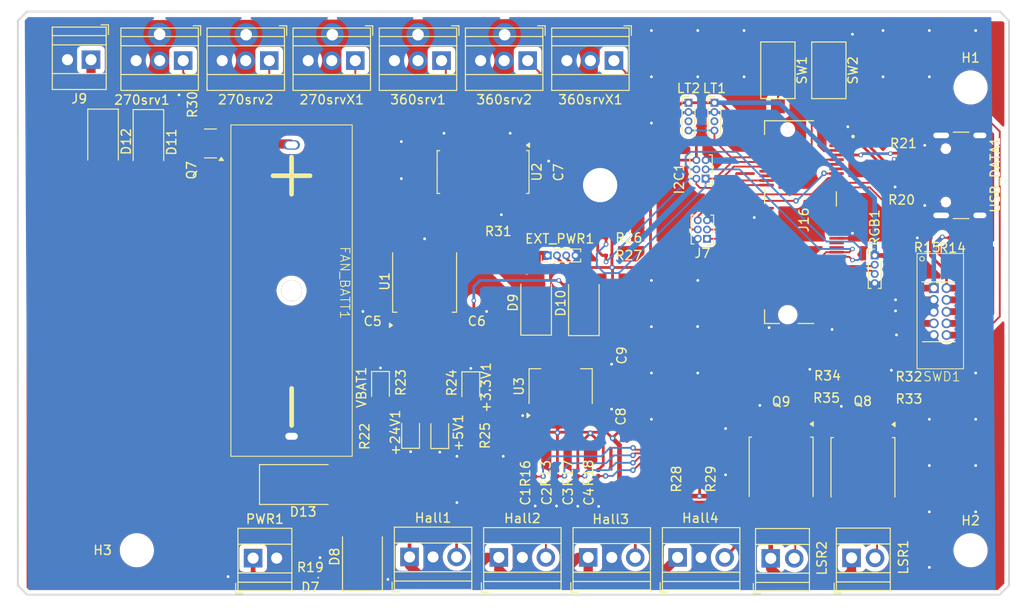
<source format=kicad_pcb>
(kicad_pcb (version 20240108) (generator "pcbnew") (generator_version "8.0")
  (layers (0 "F.Cu" signal) (31 "B.Cu" signal) (34 "B.Paste" user) (35 "F.Paste" user) (36 "B.SilkS" user "B.Silkscreen") (37 "F.SilkS" user "F.Silkscreen") (38 "B.Mask" user) (39 "F.Mask" user) (44 "Edge.Cuts" user))
  (net 0 "")
  (net 1 "GND")
  (net 2 "Net-(+3.3V1-A)")
  (net 3 "Net-(+5V1-A)")
  (net 4 "Net-(+24V1-A)")
  (net 5 "+24V")
  (net 6 "srv270")
  (net 7 "srv270_2")
  (net 8 "srv270_x")
  (net 9 "srv360")
  (net 10 "srv360_2")
  (net 11 "srv360_x")
  (net 12 "HE1DO")
  (net 13 "+5V")
  (net 14 "+3.3V")
  (net 15 "+3.3VLDO")
  (net 16 "Net-(D7-A)")
  (net 17 "Net-(D7-K)")
  (net 18 "+40V")
  (net 19 "V_FAN")
  (net 20 "Net-(D11-A)")
  (net 21 "I2C_SCL1")
  (net 22 "I2C_SCL")
  (net 23 "I2C_SDA1")
  (net 24 "I2C_SDA")
  (net 25 "TX2")
  (net 26 "RX1")
  (net 27 "TX1")
  (net 28 "RX2")
  (net 29 "EMTR5")
  (net 34 "USB_VIN")
  (net 35 "RST")
  (net 44 "USB_D-")
  (net 47 "EMTR6")
  (net 48 "EMTR4")
  (net 49 "LASR2")
  (net 55 "SWDCK")
  (net 59 "SWDIO")
  (net 61 "Boot")
  (net 62 "SDO")
  (net 63 "SCK")
  (net 67 "USB_D+")
  (net 68 "CLR_DO")
  (net 71 "LASR1")
  (net 75 "V_BAT_SW")
  (net 76 "Net-(Q8-G)")
  (net 77 "Net-(Q9-G)")
  (net 78 "CC2")
  (net 79 "Net-(VBAT1-A)")
  (net 80 "Net-(U2-~{OE})")
  (net 97 "CC1")
  (net 100 "HE2DO")
  (net 101 "HE3DO")
  (net 102 "HE4DO")
  (net 103 "Net-(LSR1-Pin_2)")
  (net 104 "Net-(LSR2-Pin_2)")
  (footprint "Button_Switch_SMD:SW_SPST_CK_RS282G05A3" (layer "F.Cu") (at 137.15 50.3 -90)
    (property "Reference" "SW2")
    (property "Value" "SW_SPST")
  )
  (footprint "Capacitor_SMD:C_0201_0603Metric" (layer "F.Cu") (at 87.905 76.3625 180)
    (property "Reference" "C5")
    (property "Value" "10uF")
  )
  (footprint "SJSU_common:TO-252AD" (layer "F.Cu") (at 89.7125 73.1025 90)
    (property "Reference" "U1")
    (property "Value" "LF33CPT-TR" (hide yes))
  )
  (footprint "Resistor_SMD:R_0201_0603Metric" (layer "F.Cu") (at 113.4 70.3 180)
    (property "Reference" "R27")
    (property "Value" "5.1k")
  )
  (footprint "Diode_SMD:D_SMA" (layer "F.Cu") (at 110.7 75.45 90)
    (property "Reference" "D10")
    (property "Value" "D_Schottky")
  )
  (footprint "Resistor_SMD:R_0201_0603Metric" (layer "F.Cu") (at 101.47 66.65 180)
    (property "Reference" "R31")
    (property "Value" "10k")
  )
  (footprint "Resistor_SMD:R_0201_0603Metric" (layer "F.Cu") (at 123.2 94.455 -90)
    (property "Reference" "R29")
    (property "Value" "5.1k")
  )
  (footprint "Resistor_SMD:R_0201_0603Metric" (layer "F.Cu") (at 81.18 102.95 180)
    (property "Reference" "R19")
    (property "Value" "560")
  )
  (footprint "Capacitor_SMD:C_0201_0603Metric" (layer "F.Cu") (at 105.45 96.345 90)
    (property "Reference" "C1")
    (property "Value" "100nF")
  )
  (footprint "Resistor_SMD:R_0201_0603Metric" (layer "F.Cu") (at 143.555 85.8)
    (property "Reference" "R33")
    (property "Value" "100")
  )
  (footprint "TerminalBlock:TerminalBlock_Xinya_XY308-2.54-3P_1x03_P2.54mm_Horizontal" (layer "F.Cu") (at 101.525 102.925)
    (property "Reference" "Hall2")
    (property "Value" "Hall")
  )
  (footprint "Resistor_SMD:R_0201_0603Metric" (layer "F.Cu") (at 67 54 90)
    (property "Reference" "R30")
    (property "Value" "10k")
  )
  (footprint "Diode_SMD:D_SMB" (layer "F.Cu") (at 86.8 102.85 90)
    (property "Reference" "D8")
    (property "Value" "B250")
  )
  (footprint "TerminalBlock:TerminalBlock_Xinya_XY308-2.54-3P_1x03_P2.54mm_Horizontal" (layer "F.Cu") (at 113.95 49.25 180)
    (property "Reference" "360srvX1")
    (property "Value" "extr1")
  )
  (footprint "Connector_PinHeader_1.00mm:PinHeader_2x03_P1.00mm_Vertical" (layer "F.Cu") (at 123.85 62 180)
    (property "Reference" "I2C1")
    (property "Value" "Conn_02x03_Odd_Even")
  )
  (footprint "Capacitor_SMD:C_0201_0603Metric" (layer "F.Cu") (at 99.145 76.35 180)
    (property "Reference" "C6")
    (property "Value" "10uF")
  )
  (footprint "Resistor_SMD:R_0201_0603Metric" (layer "F.Cu") (at 134.755 83.3)
    (property "Reference" "R34")
    (property "Value" "6.8k")
  )
  (footprint "Capacitor_SMD:C_0201_0603Metric" (layer "F.Cu") (at 112.3 96.37 90)
    (property "Reference" "C4")
    (property "Value" "100nF")
  )
  (footprint "Connector_PinHeader_1.00mm:PinHeader_1x04_P1.00mm_Vertical" (layer "F.Cu") (at 124.8 53.8)
    (property "Reference" "LT1")
    (property "Value" "Conn_01x04")
  )
  (footprint "Resistor_SMD:R_0201_0603Metric" (layer "F.Cu") (at 113.42 68.4)
    (property "Reference" "R26")
    (property "Value" "2.2k")
  )
  (footprint "Resistor_SMD:R_0201_0603Metric" (layer "F.Cu") (at 88.75 89.8625 -90)
    (property "Reference" "R22")
    (property "Value" "39k")
  )
  (footprint "MountingHole:MountingHole_2.2mm_M2" (layer "F.Cu") (at 62.45 102.15)
    (property "Reference" "H3")
    (property "Value" "MountingHole")
  )
  (footprint "Resistor_SMD:R_0201_0603Metric" (layer "F.Cu") (at 92 84.0325 90)
    (property "Reference" "R23")
    (property "Value" "10k")
  )
  (footprint "Resistor_SMD:R_0201_0603Metric" (layer "F.Cu") (at 121.8 94.455 -90)
    (property "Reference" "R28")
    (property "Value" "5.1k")
  )
  (footprint "Capacitor_SMD:C_0201_0603Metric" (layer "F.Cu") (at 113.7 81.03 -90)
    (property "Reference" "C9")
    (property "Value" "10uF")
  )
  (footprint "Capacitor_SMD:C_0201_0603Metric" (layer "F.Cu") (at 110.05 96.345 90)
    (property "Reference" "C3")
    (property "Value" "100nF")
  )
  (footprint "TerminalBlock:TerminalBlock_Xinya_XY308-2.54-3P_1x03_P2.54mm_Horizontal" (layer "F.Cu") (at 76.745 49.25 180)
    (property "Reference" "270srv2")
    (property "Value" "270srv2")
  )
  (footprint "Diode_SMD:D_SMA" (layer "F.Cu") (at 105.55 75.4 90)
    (property "Reference" "D9")
    (property "Value" "D_Schottky")
  )
  (footprint "Package_TO_SOT_SMD:SOT-223-3_TabPin2" (layer "F.Cu") (at 108.2 84.45 90)
    (property "Reference" "U3")
    (property "Value" "AMS1117-5.0")
  )
  (footprint "Diode_SMD:D_SMB_Handsoldering" (layer "F.Cu") (at 80.4 95.05)
    (property "Reference" "D13")
    (property "Value" "SMBJ45CA")
  )
  (footprint "Package_SO:TSSOP-28_4.4x9.7mm_P0.65mm" (layer "F.Cu") (at 99.825 61.2875 -90)
    (property "Reference" "U2")
    (property "Value" "PCA9685PW")
  )
  (footprint "Resistor_SMD:R_0201_0603Metric" (layer "F.Cu") (at 134.755 85.7)
    (property "Reference" "R35")
    (property "Value" "100")
  )
  (footprint "TerminalBlock:TerminalBlock_Xinya_XY308-2.54-3P_1x03_P2.54mm_Horizontal" (layer "F.Cu") (at 104.64 49.25 180)
    (property "Reference" "360srv2")
    (property "Value" "360srv2")
  )
  (footprint "LED_SMD:LED_0805_2012Metric" (layer "F.Cu") (at 88.75 84.525 -90)
    (property "Reference" "VBAT1")
    (property "Value" "LED_GRN")
  )
  (footprint "Connector_USB:USB_C_Receptacle_GCT_USB4105-xx-A_16P_TopMnt_Horizontal" (layer "F.Cu") (at 152.38 61.65 90)
    (property "Reference" "USB_DATA1")
    (property "Value" "USB_C_Receptacle_USB2.0_16P")
  )
  (footprint "LED_SMD:LED_0805_2012Metric" (layer "F.Cu") (at 98.5 84.5625 -90)
    (property "Reference" "+3.3V1")
    (property "Value" "LED_GRN")
  )
  (footprint "LED_SMD:LED_0805_2012Metric" (layer "F.Cu") (at 92 89.45 90)
    (property "Reference" "+24V1")
    (property "Value" "LED_GRN")
  )
  (footprint "TerminalBlock:TerminalBlock_Xinya_XY308-2.54-3P_1x03_P2.54mm_Horizontal" (layer "F.Cu") (at 86.03 49.25 180)
    (property "Reference" "270srvX1")
    (property "Value" "extr2")
  )
  (footprint "TerminalBlock:TerminalBlock_Xinya_XY308-2.54-2P_1x02_P2.54mm_Horizontal" (layer "F.Cu") (at 57.5 49.15 180)
    (property "Reference" "J9")
    (property "Value" "Screw_Terminal_01x02")
  )
  (footprint "Resistor_SMD:R_0201_0603Metric" (layer "F.Cu") (at 143.555 83.4)
    (property "Reference" "R32")
    (property "Value" "6.8k")
  )
  (footprint "Package_TO_SOT_SMD:TO-252-2" (layer "F.Cu") (at 140.83 93.29 -90)
    (property "Reference" "Q8")
    (property "Value" "Q_NMOS_GDS")
  )
  (footprint "Resistor_SMD:R_0201_0603Metric" (layer "F.Cu") (at 112.25 93.805 90)
    (property "Reference" "R18")
    (property "Value" "10k")
  )
  (footprint "Resistor_SMD:R_0201_0603Metric" (layer "F.Cu") (at 110.05 93.825 90)
    (property "Reference" "R17")
    (property "Value" "10k")
  )
  (footprint "Connector_PinHeader_1.00mm:PinHeader_1x04_P1.00mm_Vertical" (layer "F.Cu") (at 122 53.8)
    (property "Reference" "LT2")
    (property "Value" "Conn_01x04")
  )
  (footprint "Resistor_SMD:R_0201_0603Metric" (layer "F.Cu") (at 95.15 84.0175 90)
    (property "Reference" "R24")
    (property "Value" "2.2k")
  )
  (footprint "MountingHole:MountingHole_2.2mm_M2" (layer "F.Cu") (at 152.45 102.15)
    (property "Reference" "H2")
    (property "Value" "MountingHole")
  )
  (footprint "Button_Switch_SMD:SW_SPST_CK_RS282G05A3" (layer "F.Cu") (at 131.65 50.293354 -90)
    (property "Reference" "SW1")
    (property "Value" "SW_SPST")
  )
  (footprint "Connector_PinHeader_1.00mm:PinHeader_2x03_P1.00mm_Vertical" (layer "F.Cu") (at 124 68.5 180)
    (property "Reference" "J7")
    (property "Value" "Conn_02x03_Odd_Even")
  )
  (footprint "Connector_PinHeader_1.00mm:PinHeader_1x04_P1.00mm_Vertical" (layer "F.Cu") (at 142.1 70.3)
    (property "Reference" "RGB1")
    (property "Value" "Conn_01x04")
  )
  (footprint "Capacitor_SMD:C_0201_0603Metric" (layer "F.Cu") (at 113.7 87.955 90)
    (property "Reference" "C8")
    (property "Value" "10uF")
  )
  (footprint "TerminalBlock:TerminalBlock_Xinya_XY308-2.54-2P_1x02_P2.54mm_Horizontal" (layer "F.Cu") (at 130.875 103.025)
    (property "Reference" "LSR2")
    (property "Value" "Screw_Terminal_01x02")
  )
  (footprint "Resistor_SMD:R_0201_0603Metric" (layer "F.Cu") (at 98.5 89.8675 90)
    (property "Reference" "R25")
    (property "Value" "500")
  )
  (footprint "Resistor_SMD:R_0201_0603Metric" (layer "F.Cu") (at 150.495 68.39)
    (property "Reference" "R14")
    (property "Value" "100k")
  )
  (footprint "Resistor_SMD:R_0201_0603Metric" (layer "F.Cu") (at 145.32 59.9)
    (property "Reference" "R21")
    (property "Value" "5.1k")
  )
  (footprint "Capacitor_SMD:C_0201_0603Metric" (layer "F.Cu") (at 106.9185 61.325 -90)
    (property "Reference" "C7")
    (property "Value" "100nF")
  )
  (footprint "TerminalBlock:TerminalBlock_Xinya_XY308-2.54-3P_1x03_P2.54mm_Horizontal" (layer "F.Cu") (at 120.825 102.925)
    (property "Reference" "Hall4")
    (property "Value" "Hall")
  )
  (footprint "TerminalBlock:TerminalBlock_Xinya_XY308-2.54-3P_1x03_P2.54mm_Horizontal" (layer "F.Cu") (at 95.34 49.25 180)
    (property "Reference" "360srv1")
    (property "Value" "360srv1")
  )
  (footprint "Package_TO_SOT_SMD:SOT-23" (layer "F.Cu") (at 70.4 58.2 180)
    (property "Reference" "Q7")
    (property "Value" "Q_NMOS_GDS")
  )
  (footprint "TerminalBlock:TerminalBlock_Xinya_XY308-2.54-3P_1x03_P2.54mm_Horizontal" (layer "F.Cu") (at 91.885 102.875)
    (property "Reference" "Hall1")
    (property "Value" "Hall")
  )
  (footprint "Package_TO_SOT_SMD:TO-252-2" (layer "F.Cu") (at 132 93.24 -90)
    (property "Reference" "Q9")
    (property "Value" "Q_NMOS_GDS")
  )
  (footprint "LED_SMD:LED_0805_2012Metric" (layer "F.Cu") (at 95.15 89.475 90)
    (property "Reference" "+5V1")
    (property "Value" "LED_GRN")
  )
  (footprint "TerminalBlock:TerminalBlock_Xinya_XY308-2.54-2P_1x02_P2.54mm_Horizontal" (layer "F.Cu") (at 75 103)
    (property "Reference" "PWR1")
    (property "Value" "Screw_Terminal_01x02")
  )
  (footprint "TerminalBlock:TerminalBlock_Xinya_XY308-2.54-3P_1x03_P2.54mm_Horizontal" (layer "F.Cu") (at 67.45 49.25 180)
    (property "Reference" "270srv1")
    (property "Value" "270srv1")
  )
  (footprint "Resistor_SMD:R_0201_0603Metric" (layer "F.Cu") (at 145.3 62.9)
    (property "Reference" "R20")
    (property "Value" "5.1k")
  )
  (footprint "SJSU_common:SWD_Conn" (layer "F.Cu") (at 148.59 67.71)
    (property "Reference" "SWD1")
    (property "Value" "Conn_02x05_Odd_Even")
  )
  (footprint "SJSU_common:BAT_HOLD" (layer "F.Cu") (at 84.4 73.25 -90)
    (property "Reference" "FAN_BATT1")
    (property "Value" "~")
  )
  (footprint "LED_SMD:LED_0201_0603Metric" (layer "F.Cu") (at 81.17 105.1 180)
    (property "Reference" "D7")
    (property "Value" "LED_BLU")
  )
  (footprint "MountingHole:MountingHole_2.2mm_M2" (layer "F.Cu") (at 152.45 52.15)
    (property "Reference" "H1")
    (property "Value" "MountingHole")
  )
  (footprint "Diode_SMD:D_SMA" (layer "F.Cu") (at 58.8 58 -90)
    (property "Reference" "D12")
    (property "Value" "D_Schottky")
  )
  (footprint "Connector_PinHeader_1.00mm:PinHeader_1x04_P1.00mm_Vertical" (layer "F.Cu") (at 106.8 70.3 90)
    (property "Reference" "EXT_PWR1")
    (property "Value" "Conn_01x04")
  )
  (footprint "SJSU_common:micromod" (layer "F.Cu") (at 124.46 66.7 90)
    (property "Reference" "J16")
    (property "Value" "MicroMod" (hide yes))
  )
  (footprint "Resistor_SMD:R_0201_0603Metric" (layer "F.Cu") (at 147.795 68.39)
    (property "Reference" "R15")
    (property "Value" "100k")
  )
  (footprint "Diode_SMD:D_SMA" (layer "F.Cu") (at 63.7 58.05 -90)
    (property "Reference" "D11")
    (property "Value" "D_Schottky")
  )
  (footprint "TerminalBlock:TerminalBlock_Xinya_XY308-2.54-3P_1x03_P2.54mm_Horizontal" (layer "F.Cu") (at 111.175 102.925)
    (property "Reference" "Hall3")
    (property "Value" "Hall")
  )
  (footprint "Resistor_SMD:R_0201_0603Metric" (layer "F.Cu") (at 107.85 93.83 90)
    (property "Reference" "R13")
    (property "Value" "10k")
  )
  (footprint "Capacitor_SMD:C_0201_0603Metric" (layer "F.Cu") (at 107.75 96.32 90)
    (property "Reference" "C2")
    (property "Value" "100nF")
  )
  (footprint "Resistor_SMD:R_0201_0603Metric" (layer "F.Cu") (at 105.45 93.87 90)
    (property "Reference" "R16")
    (property "Value" "10k")
  )
  (footprint "TerminalBlock:TerminalBlock_Xinya_XY308-2.54-2P_1x02_P2.54mm_Horizontal" (layer "F.Cu") (at 139.6 102.975)
    (property "Reference" "LSR1")
    (property "Value" "Screw_Terminal_01x02")
  )
  (gr_line (start 156.6 105.95) (end 156.6 44.95) (stroke (width 0.2)) (layer "Edge.Cuts"))
  (gr_line (start 49.6 105.95) (end 49.6 44.95) (stroke (width 0.2)) (layer "Edge.Cuts"))
  (gr_line (start 50.6 43.95) (end 49.6 44.95) (stroke (width 0.2)) (layer "Edge.Cuts"))
  (gr_line (start 50.6 106.95) (end 49.6 105.95) (stroke (width 0.2)) (layer "Edge.Cuts"))
  (gr_line (start 156.6 44.95) (end 155.6 43.95) (stroke (width 0.2)) (layer "Edge.Cuts"))
  (gr_line (start 156.6 105.95) (end 155.6 106.95) (stroke (width 0.2)) (layer "Edge.Cuts"))
  (gr_line (start 155.6 106.95) (end 50.6 106.95) (stroke (width 0.2)) (layer "Edge.Cuts"))
  (gr_line (start 155.6 43.95) (end 50.6 43.95) (stroke (width 0.2)) (layer "Edge.Cuts"))
  (segment (start 107.75 96.64) (end 107.75 97.365) (width 0.3) (layer "F.Cu") (net 1))
  (segment (start 92 90.3875) (end 92 91.5) (width 0.2) (layer "F.Cu") (net 1))
  (segment (start 67 53.68) (end 67 52.955) (width 0.2) (layer "F.Cu") (net 1))
  (segment (start 135.075 82.625) (end 135.1 82.6) (width 0.2) (layer "F.Cu") (net 1))
  (segment (start 105.75 87.6) (end 105.9 87.6) (width 0.3) (layer "F.Cu") (net 1))
  (segment (start 101.8 65.9) (end 101.8 66.815) (width 0.2) (layer "F.Cu") (net 1))
  (segment (start 144.47 78.91) (end 144.45 78.89) (width 0.3) (layer "F.Cu") (net 1))
  (segment (start 137.148292 57.45) (end 136.8 57.798292) (width 0.2) (layer "F.Cu") (net 1))
  (segment (start 146.6 78.91) (end 144.47 78.91) (width 0.3) (layer "F.Cu") (net 1))
  (segment (start 101.8 65.9) (end 102.1 65.6) (width 0.2) (layer "F.Cu") (net 1))
  (segment (start 139.7 68.1) (end 139.35 68.45) (width 0.3) (layer "F.Cu") (net 1))
  (segment (start 129.72 88.2) (end 129.72 86.52) (width 0.3) (layer "F.Cu") (net 1))
  (segment (start 102.1 65.6) (end 102.1 64.15) (width 0.2) (layer "F.Cu") (net 1))
  (segment (start 137.45 77.05) (end 137.45 78.25) (width 0.3) (layer "F.Cu") (net 1))
  (segment (start 138.225 76.275) (end 137.45 77.05) (width 0.3) (layer "F.Cu") (net 1))
  (segment (start 130.675 78.075) (end 130.7 78.1) (width 0.3) (layer "F.Cu") (net 1))
  (segment (start 148.7 64.85) (end 147.55 64.85) (width 0.3) (layer "F.Cu") (net 1))
  (segment (start 123.85 55.14896) (end 123.85 60) (width 0.2) (layer "F.Cu") (net 1))
  (segment (start 144.98 62.9) (end 144.3 62.9) (width 0.3) (layer "F.Cu") (net 1))
  (segment (start 86.8 105.3) (end 89.55 105.3) (width 0.3) (layer "F.Cu") (net 1))
  (segment (start 137.985 57.45) (end 137.148292 57.45) (width 0.2) (layer "F.Cu") (net 1))
  (segment (start 98.5 83.625) (end 98.5 82.5) (width 0.3) (layer "F.Cu") (net 1))
  (segment (start 137.45 78.25) (end 137.5 78.3) (width 0.3) (layer "F.Cu") (net 1))
  (segment (start 143.875 82.725) (end 143.9 82.7) (width 0.2) (layer "F.Cu") (net 1))
  (segment (start 147.475 68.39) (end 146.71 68.39) (width 0.2) (layer "F.Cu") (net 1))
  (segment (start 139.7 67.9) (end 139.7 68.1) (width 0.3) (layer "F.Cu") (net 1))
  (segment (start 136.8 66.95) (end 137.985 66.95) (width 0.2) (layer "F.Cu") (net 1))
  (segment (start 139.15 56.35) (end 139.2 56.4) (width 0.2) (layer "F.Cu") (net 1))
  (segment (start 87.585 76.3625) (end 86.8625 76.3625) (width 0.2) (layer "F.Cu") (net 1))
  (segment (start 86.8625 76.3625) (end 86.85 76.35) (width 0.2) (layer "F.Cu") (net 1))
  (segment (start 101.45 58.425) (end 104.05 58.425) (width 0.2) (layer "F.Cu") (net 1))
  (segment (start 99.465 76.35) (end 100.2 76.35) (width 0.3) (layer "F.Cu") (net 1))
  (segment (start 112.3 96.69) (end 112.3 97.415) (width 0.3) (layer "F.Cu") (net 1))
  (segment (start 129.72 86.52) (end 129.7 86.5) (width 0.3) (layer "F.Cu") (net 1))
  (segment (start 138.225 75.95) (end 138.225 76.275) (width 0.3) (layer "F.Cu") (net 1))
  (segment (start 105.9 87.6) (end 104.1 87.6) (width 0.3) (layer "F.Cu") (net 1))
  (segment (start 138.25 76.6) (end 138.25 76.925) (width 0.3) (layer "F.Cu") (net 1))
  (segment (start 136.45 66.6) (end 136.8 66.95) (width 0.2) (layer "F.Cu") (net 1))
  (segment (start 137.21 56.35) (end 139.15 56.35) (width 0.2) (layer "F.Cu") (net 1))
  (segment (start 139.7 67.9) (end 139.7 67.51758) (width 0.3) (layer "F.Cu") (net 1))
  (segment (start 81.5 102.95) (end 82.225 102.95) (width 0.3) (layer "F.Cu") (net 1))
  (segment (start 147.55 58.45) (end 147.5 58.4) (width 0.3) (layer "F.Cu") (net 1))
  (segment (start 148.7 58.45) (end 147.55 58.45) (width 0.3) (layer "F.Cu") (net 1))
  (segment (start 124.8 54.8) (end 124.19896 54.8) (width 0.2) (layer "F.Cu") (net 1))
  (segment (start 137.985 65.45) (end 136.8 65.45) (width 0.2) (layer "F.Cu") (net 1))
  (segment (start 131.65 46.393354) (end 137.143354 46.393354) (width 0.3) (layer "F.Cu") (net 1))
  (segment (start 102.1 64.15) (end 101.45 64.15) (width 0.2) (layer "F.Cu") (net 1))
  (segment (start 137.985 57.125) (end 137.21 56.35) (width 0.2) (layer "F.Cu") (net 1))
  (segment (start 105.45 96.665) (end 105.45 97.365) (width 0.3) (layer "F.Cu") (net 1))
  (segment (start 146.71 68.39) (end 146.7 68.4) (width 0.2) (layer "F.Cu") (net 1))
  (segment (start 77.75 91.24) (end 79.15 89.84) (width 1) (layer "F.Cu") (net 1))
  (segment (start 147.55 64.85) (end 147.5 64.9) (width 0.3) (layer "F.Cu") (net 1))
  (segment (start 137.985 57.45) (end 137.985 57.125) (width 0.2) (layer "F.Cu") (net 1))
  (segment (start 106.9185 61.005) (end 106.9185 60.1185) (width 0.2) (layer "F.Cu") (net 1))
  (segment (start 101.45 65.55) (end 101.45 64.15) (width 0.2) (layer "F.Cu") (net 1))
  (segment (start 136.45 65.8) (end 136.45 66.6) (width 0.2) (layer "F.Cu") (net 1))
  (segment (start 144.43 76.37) (end 144.35 76.29) (width 0.3) (layer "F.Cu") (net 1))
  (segment (start 130.435 66.2) (end 129.1 66.2) (width 0.2) (layer "F.Cu") (net 1))
  (segment (start 143.875 83.4) (end 143.875 82.725) (width 0.2) (layer "F.Cu") (net 1))
  (segment (start 136.8 57.798292) (end 136.8 58.601708) (width 0.2) (layer "F.Cu") (net 1))
  (segment (start 95.15 90.4125) (end 95.15 91.55) (width 0.2) (layer "F.Cu") (net 1))
  (segment (start 130.675 75.7) (end 130.675 78.075) (width 0.3) (layer "F.Cu") (net 1))
  (segment (start 106.9185 60.1185) (end 106.9 60.1) (width 0.2) (layer "F.Cu") (net 1))
  (segment (start 77.7 95.05) (end 77.7 102.84) (width 1) (layer "F.Cu") (net 1))
  (segment (start 136.8 65.45) (end 136.45 65.8) (width 0.2) (layer "F.Cu") (net 1))
  (segment (start 145 59.9) (end 144.2 59.9) (width 0.3) (layer "F.Cu") (net 1))
  (segment (start 77.7 102.84) (end 77.54 103) (width 1) (layer "F.Cu") (net 1))
  (segment (start 137.15 46.4) (end 139.7 46.4) (width 0.3) (layer "F.Cu") (net 1))
  (segment (start 139.7 67.51758) (end 139.13242 66.95) (width 0.3) (layer "F.Cu") (net 1))
  (segment (start 101.8 65.9) (end 101.45 65.55) (width 0.2) (layer "F.Cu") (net 1))
  (segment (start 102.75 58.425) (end 102.75 57.1) (width 0.2) (layer "F.Cu") (net 1))
  (segment (start 139.35 68.45) (end 138.225 68.45) (width 0.3) (layer "F.Cu") (net 1))
  (segment (start 137.148292 58.95) (end 137.985 58.95) (width 0.2) (layer "F.Cu") (net 1))
  (segment (start 113.7 87.635) (end 113.7 86.9) (width 0.3) (layer "F.Cu") (net 1))
  (segment (start 95.6 58.425) (end 95.6 57.1) (width 0.2) (layer "F.Cu") (net 1))
  (segment (start 113.7 81.35) (end 113.7 82.05) (width 0.3) (layer "F.Cu") (net 1))
  (segment (start 146.6 76.37) (end 144.43 76.37) (width 0.3) (layer "F.Cu") (net 1))
  (segment (start 88.75 83.5875) (end 88.75 82.45) (width 0.2) (layer "F.Cu") (net 1))
  (segment (start 77.7 95.05) (end 77.75 95) (width 1) (layer "F.Cu") (net 1))
  (segment (start 137.143354 46.393354) (end 137.15 46.4) (width 0.3) (layer "F.Cu") (net 1))
  (segment (start 136.8 58.601708) (end 137.148292 58.95) (width 0.2) (layer "F.Cu") (net 1))
  (segment (start 77.75 95) (end 77.75 91.24) (width 1) (layer "F.Cu") (net 1))
  (segment (start 135.075 83.3) (end 135.075 82.625) (width 0.2) (layer "F.Cu") (net 1))
  (segment (start 93.5125 68.5) (end 93.5125 71.8625) (width 0.2) (layer "F.Cu") (net 1))
  (segment (start 146.6 75.1) (end 144.36 75.1) (width 0.3) (layer "F.Cu") (net 1))
  (segment (start 138.55 88.25) (end 138.55 86.65) (width 0.3) (layer "F.Cu") (net 1))
  (segment (start 138.55 86.65) (end 138.5 86.6) (width 0.3) (layer "F.Cu") (net 1))
  (segment (start 124.19896 54.8) (end 123.85 55.14896) (width 0.2) (layer "F.Cu") (net 1))
  (segment (start 144.36 75.1) (end 144.35 75.09) (width 0.3) (layer "F.Cu") (net 1))
  (segment (start 110.05 96.665) (end 110.05 97.39) (width 0.3) (layer "F.Cu") (net 1))
  (segment (start 139.13242 66.95) (end 138.225 66.95) (width 0.3) (layer "F.Cu") (net 1))
  (via (at 118 46) (size 0.5) (drill 0.3) (layers "F.Cu" "B.Cu") (net 1))
  (via (at 143.9 82.7) (size 0.5) (drill 0.3) (layers "F.Cu" "B.Cu") (net 1))
  (via (at 118 56) (size 0.5) (drill 0.3) (layers "F.Cu" "B.Cu") (net 1))
  (via (at 101.8 65.9) (size 0.5) (drill 0.3) (layers "F.Cu" "B.Cu") (net 1))
  (via (at 148 93) (size 0.5) (drill 0.3) (layers "F.Cu" "B.Cu") (net 1))
  (via (at 128 51) (size 0.5) (drill 0.3) (layers "F.Cu" "B.Cu") (net 1))
  (via (at 129.7 86.5) (size 0.5) (drill 0.3) (layers "F.Cu" "B.Cu") (net 1))
  (via (at 129.1 66.2) (size 0.5) (drill 0.3) (layers "F.Cu" "B.Cu") (net 1))
  (via (at 146.7 68.4) (size 0.5) (drill 0.3) (layers "F.Cu" "B.Cu") (net 1))
  (via (at 107.75 97.365) (size 0.5) (drill 0.3) (layers "F.Cu" "B.Cu") (net 1))
  (via (at 153 93) (size 0.5) (drill 0.3) (layers "F.Cu" "B.Cu") (net 1))
  (via (at 147.5 64.9) (size 0.5) (drill 0.3) (layers "F.Cu" "B.Cu") (net 1))
  (via (at 122.986735 77.983465) (size 0.5) (drill 0.3) (layers "F.Cu" "B.Cu") (net 1))
  (via (at 148 46) (size 0.5) (drill 0.3) (layers "F.Cu" "B.Cu") (net 1))
  (via (at 123 83) (size 0.5) (drill 0.3) (layers "F.Cu" "B.Cu") (net 1))
  (via (at 144.45 78.89) (size 0.5) (drill 0.3) (layers "F.Cu" "B.Cu") (net 1))
  (via (at 139.2 56.4) (size 0.5) (drill 0.3) (layers "F.Cu" "B.Cu") (net 1))
  (via (at 105.45 97.365) (size 0.5) (drill 0.3) (layers "F.Cu" "B.Cu") (net 1))
  (via (at 97 97) (size 0.5) (drill 0.3) (layers "F.Cu" "B.Cu") (net 1))
  (via (at 91 58) (size 0.5) (drill 0.3) (layers "F.Cu" "B.Cu") (net 1))
  (via (at 128 46) (size 0.5) (drill 0.3) (layers "F.Cu" "B.Cu") (net 1))
  (via (at 95.15 91.55) (size 0.5) (drill 0.3) (layers "F.Cu" "B.Cu") (net 1))
  (via (at 153 83) (size 0.5) (drill 0.3) (layers "F.Cu" "B.Cu") (net 1))
  (via (at 104.1 87.6) (size 0.5) (drill 0.3) (layers "F.Cu" "B.Cu") (net 1))
  (via (at 91 62) (size 0.5) (drill 0.3) (layers "F.Cu" "B.Cu") (net 1))
  (via (at 82.225 102.95) (size 0.5) (drill 0.3) (layers "F.Cu" "B.Cu") (net 1))
  (via (at 100.2 76.35) (size 0.5) (drill 0.3) (layers "F.Cu" "B.Cu") (net 1))
  (via (at 153 98) (size 0.5) (drill 0.3) (layers "F.Cu" "B.Cu") (net 1))
  (via (at 148 98) (size 0.5) (drill 0.3) (layers "F.Cu" "B.Cu") (net 1))
  (via (at 118 88) (size 0.5) (drill 0.3) (layers "F.Cu" "B.Cu") (net 1))
  (via (at 98.5 82.5) (size 0.5) (drill 0.3) (layers "F.Cu" "B.Cu") (net 1))
  (via (at 137.5 78.3) (size 0.5) (drill 0.3) (layers "F.Cu" "B.Cu") (net 1))
  (via (at 123 73) (size 0.5) (drill 0.3) (layers "F.Cu" "B.Cu") (net 1))
  (via (at 102 92) (size 0.5) (drill 0.3) (layers "F.Cu" "B.Cu") (net 1))
  (via (at 148 51) (size 0.5) (drill 0.3) (layers "F.Cu" "B.Cu") (net 1))
  (via (at 118 51) (size 0.5) (drill 0.3) (layers "F.Cu" "B.Cu") (net 1))
  (via (at 126 89) (size 0.5) (drill 0.3) (layers "F.Cu" "B.Cu") (net 1))
  (via (at 86.85 76.35) (size 0.5) (drill 0.3) (layers "F.Cu" "B.Cu") (net 1))
  (via (at 144.35 75.09) (size 0.5) (drill 0.3) (layers "F.Cu" "B.Cu") (net 1))
  (via (at 153 88) (size 0.5) (drill 0.3) (layers "F.Cu" "B.Cu") (net 1))
  (via (at 126 94) (size 0.5) (drill 0.3) (layers "F.Cu" "B.Cu") (net 1))
  (via (at 113.7 82.05) (size 0.5) (drill 0.3) (layers "F.Cu" "B.Cu") (net 1))
  (via (at 106.9 60.1) (size 0.5) (drill 0.3) (layers "F.Cu" "B.Cu") (net 1))
  (via (at 102.75 57.1) (size 0.5) (drill 0.3) (layers "F.Cu" "B.Cu") (net 1))
  (via (at 118 83) (size 0.5) (drill 0.3) (layers "F.Cu" "B.Cu") (net 1))
  (via (at 67 52.955) (size 0.5) (drill 0.3) (layers "F.Cu" "B.Cu") (net 1))
  (via (at 112.3 97.415) (size 0.5) (drill 0.3) (layers "F.Cu" "B.Cu") (net 1))
  (via (at 143 51) (size 0.5) (drill 0.3) (layers "F.Cu" "B.Cu") (net 1))
  (via (at 89.55 105.3) (size 0.5) (drill 0.3) (layers "F.Cu" "B.Cu") (net 1))
  (via (at 138.5 86.6) (size 0.5) (drill 0.3) (layers "F.Cu" "B.Cu") (net 1))
  (via (at 144.3 62.9) (size 0.5) (drill 0.3) (layers "F.Cu" "B.Cu") (net 1))
  (via (at 130.7 78.1) (size 0.5) (drill 0.3) (layers "F.Cu" "B.Cu") (net 1))
  (via (at 88.75 82.45) (size 0.5) (drill 0.3) (layers "F.Cu" "B.Cu") (net 1))
  (via (at 118 78) (size 0.5) (drill 0.3) (layers "F.Cu" "B.Cu") (net 1))
  (via (at 135.1 82.6) (size 0.5) (drill 0.3) (layers "F.Cu" "B.Cu") (net 1))
  (via (at 93.5125 68.5) (size 0.5) (drill 0.3) (layers "F.Cu" "B.Cu") (net 1))
  (via (at 144.35 76.29) (size 0.5) (drill 0.3) (layers "F.Cu" "B.Cu") (net 1))
  (via (at 113.7 86.9) (size 0.5) (drill 0.3) (layers "F.Cu" "B.Cu") (net 1))
  (via (at 148 104) (size 0.5) (drill 0.3) (layers "F.Cu" "B.Cu") (net 1))
  (via (at 143 46) (size 0.5) (drill 0.3) (layers "F.Cu" "B.Cu") (net 1))
  (via (at 148 88) (size 0.5) (drill 0.3) (layers "F.Cu" "B.Cu") (net 1))
  (via (at 147.5 58.4) (size 0.5) (drill 0.3) (layers "F.Cu" "B.Cu") (net 1))
  (via (at 123 46) (size 0.5) (drill 0.3) (layers "F.Cu" "B.Cu") (net 1))
  (via (at 153 46) (size 0.5) (drill 0.3) (layers "F.Cu" "B.Cu") (net 1))
  (via (at 139.7 46.4) (size 0.5) (drill 0.3) (layers "F.Cu" "B.Cu") (net 1))
  (via (at 92 91.5) (size 0.5) (drill 0.3) (layers "F.Cu" "B.Cu") (net 1))
  (via (at 97 92) (size 0.5) (drill 0.3) (layers "F.Cu" "B.Cu") (net 1))
  (via (at 118 73) (size 0.5) (drill 0.3) (layers "F.Cu" "B.Cu") (net 1))
  (via (at 123 51) (size 0.5) (drill 0.3) (layers "F.Cu" "B.Cu") (net 1))
  (via (at 144.2 59.9) (size 0.5) (drill 0.3) (layers "F.Cu" "B.Cu") (net 1))
  (via (at 72.3 105) (size 0.5) (drill 0.3) (layers "F.Cu" "B.Cu") (net 1))
  (via (at 95.6 57.1) (size 0.5) (drill 0.3) (layers "F.Cu" "B.Cu") (net 1))
  (via (at 110.05 97.39) (size 0.5) (drill 0.3) (layers "F.Cu" "B.Cu") (net 1))
  (via (at 139.7 67.9) (size 0.5) (drill 0.3) (layers "F.Cu" "B.Cu") (net 1))
  (segment (start 98.05 85.5) (end 97.15 86.4) (width 0.2) (layer "F.Cu") (net 2))
  (segment (start 98.5 85.5) (end 98.05 85.5) (width 0.2) (layer "F.Cu") (net 2))
  (segment (start 97.15 86.4) (end 97.15 89.25) (width 0.2) (layer "F.Cu") (net 2))
  (segment (start 97.15 89.25) (end 98.0875 90.1875) (width 0.2) (layer "F.Cu") (net 2))
  (segment (start 98.0875 90.1875) (end 98.5 90.1875) (width 0.2) (layer "F.Cu") (net 2))
  (segment (start 95.15 84.3375) (end 95.15 88.5375) (width 0.2) (layer "F.Cu") (net 3))
  (segment (start 92 84.3525) (end 92 88.5125) (width 0.2) (layer "F.Cu") (net 4))
  (segment (start 74.25 46.35) (end 74.2 46.3) (width 0.2) (layer "F.Cu") (net 5))
  (segment (start 69.35 62.6) (end 60.7 62.6) (width 1) (layer "F.Cu") (net 5))
  (segment (start 64.91 46.41) (end 64.91 49.25) (width 2) (layer "F.Cu") (net 5))
  (segment (start 60.7 62.6) (end 58.8 60.7) (width 1) (layer "F.Cu") (net 5))
  (segment (start 92.75 46.3) (end 92.8 46.35) (width 2) (layer "F.Cu") (net 5))
  (segment (start 92.8 46.45) (end 83.55 46.45) (width 2) (layer "F.Cu") (net 5))
  (segment (start 105.55 73.4) (end 104.05 73.4) (width 2) (layer "F.Cu") (net 5))
  (segment (start 51.8 48.55) (end 54.05 46.3) (width 2) (layer "F.Cu") (net 5))
  (segment (start 89.1 76.95) (end 90.25 78.1) (width 2) (layer "F.Cu") (net 5))
  (segment (start 71.3375 59.15) (end 71.3375 60.6125) (width 1) (layer "F.Cu") (net 5))
  (segment (start 83.5 46.3) (end 83.49 46.31) (width 2) (layer "F.Cu") (net 5))
  (segment (start 54.05 46.3) (end 64.8 46.3) (width 2) (layer "F.Cu") (net 5))
  (segment (start 97.3 66.65) (end 91.15 66.65) (width 2) (layer "F.Cu") (net 5))
  (segment (start 91.15 66.65) (end 89.1 68.7) (width 2) (layer "F.Cu") (net 5))
  (segment (start 64.8 46.3) (end 64.91 46.41) (width 2) (layer "F.Cu") (net 5))
  (segment (start 90.9725 81.0225) (end 92 82.05) (width 0.2) (layer "F.Cu") (net 5))
  (segment (start 89.1725 76.3625) (end 90.9725 78.1625) (width 0.3) (layer "F.Cu") (net 5))
  (segment (start 58.8 60) (end 57.5 60) (width 2) (layer "F.Cu") (net 5))
  (segment (start 83.49 46.31) (end 83.49 49.25) (width 2) (layer "F.Cu") (net 5))
  (segment (start 105.5 70.9) (end 106.1 70.3) (width 1) (layer "F.Cu") (net 5))
  (segment (start 92.85 46.4) (end 102.1 46.4) (width 2) (layer "F.Cu") (net 5))
  (segment (start 71.3375 60.6125) (end 69.35 62.6) (width 1) (layer "F.Cu") (net 5))
  (segment (start 105.5 73.35) (end 105.5 70.9) (width 1) (layer "F.Cu") (net 5))
  (segment (start 92.8 46.35) (end 92.8 49.25) (width 2) (layer "F.Cu") (net 5))
  (segment (start 74.09 46.41) (end 74.2 46.3) (width 2) (layer "F.Cu") (net 5))
  (segment (start 102.15 46.45) (end 109.9 46.45) (width 2) (layer "F.Cu") (net 5))
  (segment (start 55.275 57.775) (end 55.275 55.175) (width 2) (layer "F.Cu") (net 5))
  (segment (start 51.8 51.7) (end 51.8 48.55) (width 2) (layer "F.Cu") (net 5))
  (segment (start 64.91 49.25) (end 64.91 50.66) (width 2) (layer "F.Cu") (net 5))
  (segment (start 105.5 73.35) (end 105.55 73.4) (width 0.3) (layer "F.Cu") (net 5))
  (segment (start 89.1 68.7) (end 89.1 76.95) (width 2) (layer "F.Cu") (net 5))
  (segment (start 106.1 70.3) (end 106.675 70.3) (width 1) (layer "F.Cu") (net 5))
  (segment (start 90.9725 78.1625) (end 90.9725 81.0225) (width 0.2) (layer "F.Cu") (net 5))
  (segment (start 74.205 46.305) (end 74.205 49.25) (width 2) (layer "F.Cu") (net 5))
  (segment (start 109.9 46.45) (end 111.41 47.96) (width 2) (layer "F.Cu") (net 5))
  (segment (start 102.1 46.3) (end 102.1 49.25) (width 2) (layer "F.Cu") (net 5))
  (segment (start 111.41 47.96) (end 111.41 49.25) (width 2) (layer "F.Cu") (net 5))
  (segment (start 83.4 46.3) (end 83.55 46.45) (width 2) (layer "F.Cu") (net 5))
  (segment (start 57.5 60) (end 55.275 57.775) (width 2) (layer "F.Cu") (net 5))
  (segment (start 104.05 73.4) (end 97.3 66.65) (width 2) (layer "F.Cu") (net 5))
  (segment (start 74.2 46.3) (end 83.4 46.3) (width 2) (layer "F.Cu") (net 5))
  (segment (start 64.91 46.41) (end 74.09 46.41) (width 2) (layer "F.Cu") (net 5))
  (segment (start 58.8 60.7) (end 58.8 60) (width 1) (layer "F.Cu") (net 5))
  (segment (start 74.25 46.45) (end 74.25 46.35) (width 0.2) (layer "F.Cu") (net 5))
  (segment (start 102.1 46.4) (end 102.15 46.45) (width 2) (layer "F.Cu") (net 5))
  (segment (start 92 82.05) (end 92 83.7125) (width 0.2) (layer "F.Cu") (net 5))
  (segment (start 88.225 76.3625) (end 89.1725 76.3625) (width 0.3) (layer "F.Cu") (net 5))
  (segment (start 55.275 55.175) (end 51.8 51.7) (width 2) (layer "F.Cu") (net 5))
  (segment (start 74.2 46.3) (end 74.205 46.305) (width 2) (layer "F.Cu") (net 5))
  (via (at 74.25 46.45) (size 2.5) (drill 1.25) (layers "F.Cu" "B.Cu") (net 5))
  (via (at 83.55 46.45) (size 2.5) (drill 1.25) (layers "F.Cu" "B.Cu") (net 5))
  (via (at 92.8 46.45) (size 2.5) (drill 1.25) (layers "F.Cu" "B.Cu") (net 5))
  (via (at 64.91 46.41) (size 2.5) (drill 1.25) (layers "F.Cu" "B.Cu") (net 5))
  (via (at 102.15 46.45) (size 2.5) (drill 1.25) (layers "F.Cu" "B.Cu") (net 5))
  (segment (start 72 55.1) (end 67.45 50.55) (width 0.2) (layer "F.Cu") (net 6))
  (segment (start 97.55 57.687501) (end 94.962499 55.1) (width 0.2) (layer "F.Cu") (net 6))
  (segment (start 97.55 58.425) (end 97.55 57.687501) (width 0.2) (layer "F.Cu") (net 6))
  (segment (start 67.45 50.55) (end 67.45 49.25) (width 0.2) (layer "F.Cu") (net 6))
  (segment (start 94.962499 55.1) (end 72 55.1) (width 0.2) (layer "F.Cu") (net 6))
  (segment (start 98.2 57.687501) (end 95.212499 54.7) (width 0.2) (layer "F.Cu") (net 7))
  (segment (start 98.2 58.425) (end 98.2 57.687501) (width 0.2) (layer "F.Cu") (net 7))
  (segment (start 95.212499 54.7) (end 80.4 54.7) (width 0.2) (layer "F.Cu") (net 7))
  (segment (start 80.4 54.7) (end 76.745 51.045) (width 0.2) (layer "F.Cu") (net 7))
  (segment (start 76.745 51.045) (end 76.745 49.25) (width 0.2) (layer "F.Cu") (net 7))
  (segment (start 98.85 57.687501) (end 95.462499 54.3) (width 0.2) (layer "F.Cu") (net 8))
  (segment (start 89.5 54.3) (end 86.03 50.83) (width 0.2) (layer "F.Cu") (net 8))
  (segment (start 95.462499 54.3) (end 89.5 54.3) (width 0.2) (layer "F.Cu") (net 8))
  (segment (start 98.85 58.425) (end 98.85 57.687501) (width 0.2) (layer "F.Cu") (net 8))
  (segment (start 86.03 50.83) (end 86.03 49.25) (width 0.2) (layer "F.Cu") (net 8))
  (segment (start 99.5 58.425) (end 99.5 57.769044) (width 0.2) (layer "F.Cu") (net 9))
  (segment (start 95.8 54.071815) (end 95.8 49.71) (width 0.2) (layer "F.Cu") (net 9))
  (segment (start 99.118456 57.3875) (end 99.115685 57.3875) (width 0.2) (layer "F.Cu") (net 9))
  (segment (start 95.8 49.71) (end 95.34 49.25) (width 0.2) (layer "F.Cu") (net 9))
  (segment (start 99.115685 57.3875) (end 95.8 54.071815) (width 0.2) (layer "F.Cu") (net 9))
  (segment (start 99.5 57.769044) (end 99.118456 57.3875) (width 0.2) (layer "F.Cu") (net 9))
  (segment (start 105.9 50.51) (end 104.64 49.25) (width 0.2) (layer "F.Cu") (net 10))
  (segment (start 100.15 58.425) (end 100.15 57.75) (width 0.2) (layer "F.Cu") (net 10))
  (segment (start 105.9 53.4) (end 105.9 50.51) (width 0.2) (layer "F.Cu") (net 10))
  (segment (start 100.15 57.75) (end 103.7 54.2) (width 0.2) (layer "F.Cu") (net 10))
  (segment (start 103.7 54.2) (end 105.1 54.2) (width 0.2) (layer "F.Cu") (net 10))
  (segment (start 105.1 54.2) (end 105.9 53.4) (width 0.2) (layer "F.Cu") (net 10))
  (segment (start 115.2 50.5) (end 113.95 49.25) (width 0.2) (layer "F.Cu") (net 11))
  (segment (start 103.969044 54.6) (end 114.3 54.6) (width 0.2) (layer "F.Cu") (net 11))
  (segment (start 100.8 58.425) (end 100.8 57.769044) (width 0.2) (layer "F.Cu") (net 11))
  (segment (start 115.2 53.7) (end 115.2 50.5) (width 0.2) (layer "F.Cu") (net 11))
  (segment (start 100.8 57.769044) (end 103.969044 54.6) (width 0.2) (layer "F.Cu") (net 11))
  (segment (start 114.3 54.6) (end 115.2 53.7) (width 0.2) (layer "F.Cu") (net 11))
  (segment (start 105.45 94.19) (end 105.45 96.025) (width 0.2) (layer "F.Cu") (net 12))
  (segment (start 106.28 94.19) (end 106.3 94.17) (width 0.2) (layer "F.Cu") (net 12))
  (segment (start 105.45 94.19) (end 106.28 94.19) (width 0.2) (layer "F.Cu") (net 12))
  (segment (start 129.2 67.2) (end 130.675 67.2) (width 0.2) (layer "F.Cu") (net 12))
  (segment (start 101.625 96.025) (end 96.965 100.685) (width 0.3) (layer "F.Cu") (net 12))
  (segment (start 118.21458 91.28542) (end 127.25 82.25) (width 0.2) (layer "F.Cu") (net 12))
  (segment (start 116.013081 91.08542) (end 116.213081 91.28542) (width 0.2) (layer "F.Cu") (net 12))
  (segment (start 127.25 69.15) (end 129.2 67.2) (width 0.2) (layer "F.Cu") (net 12))
  (segment (start 116.213081 91.28542) (end 118.21458 91.28542) (width 0.2) (layer "F.Cu") (net 12))
  (segment (start 105.45 96.025) (end 101.625 96.025) (width 0.3) (layer "F.Cu") (net 12))
  (segment (start 96.965 100.685) (end 96.965 102.875) (width 0.3) (layer "F.Cu") (net 12))
  (segment (start 127.25 82.25) (end 127.25 69.15) (width 0.2) (layer "F.Cu") (net 12))
  (via (at 106.3 94.17) (size 0.6) (drill 0.3) (layers "F.Cu" "B.Cu") (net 12))
  (via (at 116.013081 91.08542) (size 0.6) (drill 0.3) (layers "F.Cu" "B.Cu") (net 12))
  (segment (start 113.51458 91.08542) (end 112.6 92) (width 0.2) (layer "B.Cu") (net 12))
  (segment (start 106.3 92.85) (end 106.3 94.17) (width 0.2) (layer "B.Cu") (net 12))
  (segment (start 116.013081 91.08542) (end 113.51458 91.08542) (width 0.2) (layer "B.Cu") (net 12))
  (segment (start 112.6 92) (end 107.15 92) (width 0.2) (layer "B.Cu") (net 12))
  (segment (start 107.15 92) (end 106.3 92.85) (width 0.2) (layer "B.Cu") (net 12))
  (segment (start 107.25 105.75) (end 110.075 102.925) (width 1) (layer "F.Cu") (net 13))
  (segment (start 100.225 102.925) (end 101.525 102.925) (width 1) (layer "F.Cu") (net 13))
  (segment (start 108.45 73.45) (end 108 73) (width 0.3) (layer "F.Cu") (net 13))
  (segment (start 103.05 105.75) (end 107.25 105.75) (width 1) (layer "F.Cu") (net 13))
  (segment (start 97.4 105.75) (end 100.225 102.925) (width 1) (layer "F.Cu") (net 13))
  (segment (start 94.99 76) (end 96.0525 77.0625) (width 0.5) (layer "F.Cu") (net 13))
  (segment (start 107.8 70.55) (end 110.7 73.45) (width 0.3) (layer "F.Cu") (net 13))
  (segment (start 91.885 102.875) (end 91.885 103.785) (width 1) (layer "F.Cu") (net 13))
  (segment (start 93.85 105.75) (end 97.4 105.75) (width 1) (layer "F.Cu") (net 13))
  (segment (start 111.175 104.925) (end 111.95 105.7) (width 1) (layer "F.Cu") (net 13))
  (segment (start 93.55 96.45) (end 91.885 98.115) (width 0.4) (layer "F.Cu") (net 13))
  (segment (start 93.55 84.997622) (end 93.55 96.45) (width 0.4) (layer "F.Cu") (net 13))
  (segment (start 110.075 102.925) (end 111.175 102.925) (width 1) (layer "F.Cu") (net 13))
  (segment (start 110.7 73.45) (end 108.45 73.45) (width 0.3) (layer "F.Cu") (net 13))
  (segment (start 107.8 70.3) (end 107.8 70.55) (width 0.3) (layer "F.Cu") (net 13))
  (segment (start 98.825 76.35) (end 98.5 76.35) (width 0.3) (layer "F.Cu") (net 13))
  (segment (start 96.0525 82.795) (end 95.15 83.6975) (width 0.4) (layer "F.Cu") (net 13))
  (segment (start 101.525 102.925) (end 101.525 104.225) (width 1) (layer "F.Cu") (net 13))
  (segment (start 92.2425 78.1625) (end 92.2425 77.0575) (width 0.5) (layer "F.Cu") (net 13))
  (segment (start 93.3 76) (end 94.99 76) (width 0.5) (layer "F.Cu") (net 13))
  (segment (start 96.0525 77.0625) (end 96.0525 78.1625) (width 0.5) (layer "F.Cu") (net 13))
  (segment (start 91.885 103.785) (end 93.85 105.75) (width 1) (layer "F.Cu") (net 13))
  (segment (start 96.0525 78.1625) (end 96.0525 82.795) (width 0.4) (layer "F.Cu") (net 13))
  (segment (start 101.525 104.225) (end 103.05 105.75) (width 1) (layer "F.Cu") (net 13))
  (segment (start 92.2425 77.0575) (end 93.3 76) (width 0.5) (layer "F.Cu") (net 13))
  (segment (start 111.95 105.7) (end 118.05 105.7) (width 1) (layer "F.Cu") (net 13))
  (segment (start 96.6875 78.1625) (end 96.0525 78.1625) (width 0.3) (layer "F.Cu") (net 13))
  (segment (start 95.15 83.6975) (end 94.850122 83.6975) (width 0.4) (layer "F.Cu") (net 13))
  (segment (start 91.885 98.115) (end 91.885 102.875) (width 0.4) (layer "F.Cu") (net 13))
  (segment (start 118.05 105.7) (end 120.825 102.925) (width 1) (layer "F.Cu") (net 13))
  (segment (start 98.825 75.175) (end 98.825 76.35) (width 0.3) (layer "F.Cu") (net 13))
  (segment (start 94.850122 83.6975) (end 93.55 84.997622) (width 0.4) (layer "F.Cu") (net 13))
  (segment (start 111.175 102.925) (end 111.175 104.925) (width 1) (layer "F.Cu") (net 13))
  (segment (start 98.5 76.35) (end 96.6875 78.1625) (width 0.3) (layer "F.Cu") (net 13))
  (via (at 108 73) (size 0.5) (drill 0.3) (layers "F.Cu" "B.Cu") (net 13))
  (via (at 98.825 75.175) (size 0.5) (drill 0.3) (layers "F.Cu" "B.Cu") (net 13))
  (segment (start 98.825 73.675) (end 99.5 73) (width 0.3) (layer "B.Cu") (net 13))
  (segment (start 98.825 75.175) (end 98.825 73.675) (width 0.3) (layer "B.Cu") (net 13))
  (segment (start 99.5 73) (end 108 73) (width 0.3) (layer "B.Cu") (net 13))
  (segment (start 144.83 73.83) (end 146.6 73.83) (width 0.5) (layer "F.Cu") (net 14))
  (segment (start 138.5 105.5) (end 139.6 104.4) (width 1) (layer "F.Cu") (net 14))
  (segment (start 107.8 89.4) (end 106.45 89.4) (width 0.3) (layer "F.Cu") (net 14))
  (segment (start 108.79 80.71) (end 108.2 81.3) (width 0.3) (layer "F.Cu") (net 14))
  (segment (start 101.1975 89.5475) (end 105.2 93.55) (width 0.3) (layer "F.Cu") (net 14))
  (segment (start 116.2 96.3) (end 114.55 94.65) (width 0.5) (layer "F.Cu") (net 14))
  (segment (start 113.41 67.75) (end 113.74 68.08) (width 0.3) (layer "F.Cu") (net 14))
  (segment (start 112.8 92.935) (end 112.8 90.9) (width 0.3) (layer "F.Cu") (net 14))
  (segment (start 122.4 57.9) (end 122.85 58.35) (width 0.3) (layer "F.Cu") (net 14))
  (segment (start 108.2 88.75) (end 108.2 87.6) (width 0.3) (layer "F.Cu") (net 14))
  (segment (start 130.875 103.025) (end 130.875 104.125) (width 1) (layer "F.Cu") (net 14))
  (segment (start 120.8 54.275) (end 120.8 57.2) (width 0.3) (layer "F.Cu") (net 14))
  (segment (start 107.9 89.4) (end 107.85 89.45) (width 0.3) (layer "F.Cu") (net 14))
  (segment (start 105 64.15) (end 104.05 64.15) (width 0.3) (layer "F.Cu") (net 14))
  (segment (start 104.05 64.15) (end 104.05 65.35) (width 0.3) (layer "F.Cu") (net 14))
  (segment (start 121.5 57.9) (end 122.4 57.9) (width 0.3) (layer "F.Cu") (net 14))
  (segment (start 113.8 90.0125) (end 115.5 88.3125) (width 0.3) (layer "F.Cu") (net 14))
  (segment (start 113.72 70.3) (end 113.725 70.295) (width 0.3) (layer "F.Cu") (net 14))
  (segment (start 121.275 53.8) (end 120.8 54.275) (width 0.3) (layer "F.Cu") (net 14))
  (segment (start 113.74 68.4) (end 113.74 68.200001) (width 0.2) (layer "F.Cu") (net 14))
  (segment (start 113.74 68.08) (end 113.74 68.200001) (width 0.3) (layer "F.Cu") (net 14))
  (segment (start 113.8 90.05) (end 113.8 90.0125) (width 0.3) (layer "F.Cu") (net 14))
  (segment (start 117.9 70.4) (end 117.9 61.5) (width 0.3) (layer "F.Cu") (net 14))
  (segment (start 142.1 70.3) (end 143.025 70.3) (width 0.5) (layer "F.Cu") (net 14))
  (segment (start 109.975 93.505) (end 109.95 93.505) (width 0.2) (layer "F.Cu") (net 14))
  (segment (start 121.8 94.775) (end 123.2 94.775) (width 0.3) (layer "F.Cu") (net 14))
  (segment (start 112.61 67.75) (end 113.41 67.75) (width 0.3) (layer "F.Cu") (net 14))
  (segment (start 113.15 89.4) (end 113.8 90.05) (width 0.3) (layer "F.Cu") (net 14))
  (segment (start 113.735 68.405) (end 113.735 71.575) (width 0.3) (layer "F.Cu") (net 14))
  (segment (start 107.85 89.45) (end 107.85 93.51) (width 0.3) (layer "F.Cu") (net 14))
  (segment (start 130.875 104.125) (end 132.25 105.5) (width 1) (layer "F.Cu") (net 14))
  (segment (start 119.4 60) (end 122.85 60) (width 0.3) (layer "F.Cu") (net 14))
  (segment (start 113.75 68.41) (end 113.74 68.4) (width 0.3) (layer "F.Cu") (net 14))
  (segment (start 115.5 88.3125) (end 115.5 86.7) (width 0.3) (layer "F.Cu") (net 14))
  (segment (start 123.18 96.3) (end 116.2 96.3) (width 0.5) (layer "F.Cu") (net 14))
  (segment (start 117.9 61.5) (end 119.4 60) (width 0.3) (layer "F.Cu") (net 14))
  (segment (start 105.2 93.55) (end 105.45 93.55) (width 0.3) (layer "F.Cu") (net 14))
  (segment (start 115.5 86.7) (end 113.35 84.55) (width 0.3) (layer "F.Cu") (net 14))
  (segment (start 104.5 65.8) (end 110.66 65.8) (width 0.3) (layer "F.Cu") (net 14))
  (segment (start 104.05 65.35) (end 104.5 65.8) (width 0.3) (layer "F.Cu") (net 14))
  (segment (start 143.9 72.9) (end 144.83 73.83) (width 0.5) (layer "F.Cu") (net 14))
  (segment (start 111.4 89.5) (end 111.3 89.4) (width 0.3) (layer "F.Cu") (net 14))
  (segment (start 125.5 53.8) (end 129.4 57.7) (width 0.3) (layer "F.Cu") (net 14))
  (segment (start 123.2 96.28) (end 123.18 96.3) (width 0.3) (layer "F.Cu") (net 14))
  (segment (start 107.85 89.1) (end 108.2 88.75) (width 0.3) (layer "F.Cu") (net 14))
  (segment (start 110.05 90.85) (end 110.05 93.505) (width 0.3) (layer "F.Cu") (net 14))
  (segment (start 111.45 84.55) (end 108.2 81.3) (width 0.3) (layer "F.Cu") (net 14))
  (segment (start 111.4 89.5) (end 111.5 89.4) (width 0.3) (layer "F.Cu") (net 14))
  (segment (start 107.85 89.45) (end 107.8 89.4) (width 0.3) (layer "F.Cu") (net 14))
  (segment (start 122 53.8) (end 121.275 53.8) (width 0.3) (layer "F.Cu") (net 14))
  (segment (start 132.25 105.5) (end 138.5 105.5) (width 1) (layer "F.Cu") (net 14))
  (segment (start 111.3 89.4) (end 107.9 89.4) (width 0.3) (layer "F.Cu") (net 14))
  (segment (start 113.745 70.325) (end 113.72 70.3) (width 0.3) (layer "F.Cu") (net 14))
  (segment (start 113.7 80.71) (end 108.79 80.71) (width 0.3) (layer "F.Cu") (net 14))
  (segment (start 143.025 70.3) (end 143.9 71.175) (width 0.5) (layer "F.Cu") (net 14))
  (segment (start 111.4 89.5) (end 110.05 90.85) (width 0.3) (layer "F.Cu") (net 14))
  (segment (start 114.55 94.65) (end 114.55 90.8) (width 0.5) (layer "F.Cu") (net 14))
  (segment (start 98.5 89.5475) (end 101.1975 89.5475) (width 0.3) (layer "F.Cu") (net 14))
  (segment (start 113.35 84.55) (end 111.45 84.55) (width 0.3) (layer "F.Cu") (net 14))
  (segment (start 113.8 80.61) (end 113.7 80.71) (width 0.3) (layer "F.Cu") (net 14))
  (segment (start 112.8 90.9) (end 111.4 89.5) (width 0.3) (layer "F.Cu") (net 14))
  (segment (start 120.8 57.2) (end 121.5 57.9) (width 0.3) (layer "F.Cu") (net 14))
  (segment (start 143.9 71.175) (end 143.9 72.9) (width 0.5) (layer "F.Cu") (net 14))
  (segment (start 106.9185 61.645) (end 106.9185 63.5815) (width 0.3) (layer "F.Cu") (net 14))
  (segment (start 150.175 68.39) (end 149.49 68.39) (width 0.2) (layer "F.Cu") (net 14))
  (segment (start 139.6 104.4) (end 139.6 102.975) (width 1) (layer "F.Cu") (net 14))
  (segment (start 111.5 89.4) (end 113.15 89.4) (width 0.3) (layer "F.Cu") (net 14))
  (segment (start 116.7 71.6) (end 117.9 70.4) (width 0.3) (layer "F.Cu") (net 14))
  (segment (start 113.735 68.405) (end 113.74 68.4) (width 0.2) (layer "F.Cu") (net 14))
  (segment (start 108.8 70.3) (end 108.8 70.6) (width 0.3) (layer "F.Cu") (net 14))
  (segment (start 113.8 71.64) (end 113.8 80.61) (width 0.3) (layer "F.Cu") (net 14))
  (segment (start 109.8 71.6) (end 116.7 71.6) (width 0.3) (layer "F.Cu") (net 14))
  (segment (start 123.2 94.775) (end 123.2 96.28) (width 0.3) (layer "F.Cu") (net 14))
  (segment (start 129.4 57.7) (end 130.675 57.7) (width 0.3) (layer "F.Cu") (net 14))
  (segment (start 113.735 71.575) (end 113.76 71.6) (width 0.3) (layer "F.Cu") (net 14))
  (segment (start 123.18 96.3) (end 125.65 96.3) (width 0.5) (layer "F.Cu") (net 14))
  (segment (start 125.65 96.3) (end 130.875 101.525) (width 0.5) (layer "F.Cu") (net 14))
  (segment (start 110.66 65.8) (end 112.61 67.75) (width 0.3) (layer "F.Cu") (net 14))
  (segment (start 124.8 53.8) (end 125.5 53.8) (width 0.3) (layer "F.Cu") (net 14))
  (segment (start 108.8 70.6) (end 109.8 71.6) (width 0.3) (layer "F.Cu") (net 14))
  (segment (start 122 53.8) (end 124.8 53.8) (width 0.3) (layer "F.Cu") (net 14))
  (segment (start 107.85 89.45) (end 107.85 89.1) (width 0.3) (layer "F.Cu") (net 14))
  (segment (start 105.45 90.4) (end 105.45 93.55) (width 0.3) (layer "F.Cu") (net 14))
  (segment (start 113.76 71.6) (end 113.8 71.64) (width 0.3) (layer "F.Cu") (net 14))
  (segment (start 114.55 90.8) (end 113.8 90.05) (width 0.5) (layer "F.Cu") (net 14))
  (segment (start 106.9185 63.5815) (end 106.35 64.15) (width 0.3) (layer "F.Cu") (net 14))
  (segment (start 122.85 58.35) (end 122.85 60) (width 0.3) (layer "F.Cu") (net 14))
  (segment (start 106.45 89.4) (end 105.45 90.4) (width 0.3) (layer "F.Cu") (net 14))
  (segment (start 112.25 93.485) (end 112.8 92.935) (width 0.3) (layer "F.Cu") (net 14))
  (segment (start 149.49 68.39) (end 149.4 68.3) (width 0.2) (layer "F.Cu") (net 14))
  (segment (start 106.35 64.15) (end 105 64.15) (width 0.3) (layer "F.Cu") (net 14))
  (segment (start 130.875 101.525) (end 130.875 103.025) (width 0.5) (layer "F.Cu") (net 14))
  (via (at 113.76 71.6) (size 0.6) (drill 0.3) (layers "F.Cu" "B.Cu") (net 14))
  (via (at 123.18 96.3) (size 0.6) (drill 0.3) (layers "F.Cu" "B.Cu") (net 14))
  (via (at 107.85 89.45) (size 0.6) (drill 0.3) (layers "F.Cu" "B.Cu") (net 14))
  (via (at 111.4 89.5) (size 0.6) (drill 0.3) (layers "F.Cu" "B.Cu") (net 14))
  (via (at 113.8 90.05) (size 0.6) (drill 0.3) (layers "F.Cu" "B.Cu") (net 14))
  (via (at 149.4 68.3) (size 0.5) (drill 0.3) (layers "F.Cu" "B.Cu") (net 14))
  (segment (start 149.4 68.3) (end 148.48 69.22) (width 0.5) (layer "B.Cu") (net 14))
  (segment (start 131.8 53.8) (end 124.8 53.8) (width 0.5) (layer "B.Cu") (net 14))
  (segment (start 142.1 70.3) (end 142.1 64.1) (width 0.5) (layer "B.Cu") (net 14))
  (segment (start 148.48 69.22) (end 148.48 73.83) (width 0.5) (layer "B.Cu") (net 14))
  (segment (start 142.1 64.1) (end 131.8 53.8) (width 0.5) (layer "B.Cu") (net 14))
  (segment (start 105.55 77.4) (end 110.55 77.4) (width 0.3) (layer "F.Cu") (net 15))
  (segment (start 112.625 88.275) (end 113.7 88.275) (width 0.3) (layer "F.Cu") (net 15))
  (segment (start 110.5 85.95) (end 110.5 87.6) (width 0.3) (layer "F.Cu") (net 15))
  (segment (start 110.55 77.4) (end 110.65 77.5) (width 0.3) (layer "F.Cu") (net 15))
  (segment (start 105.55 77.4) (end 104.55 77.4) (width 0.3) (layer "F.Cu") (net 15))
  (segment (start 104.55 77.4) (end 103.4 78.55) (width 0.3) (layer "F.Cu") (net 15))
  (segment (start 111.95 87.6) (end 112.625 88.275) (width 0.3) (layer "F.Cu") (net 15))
  (segment (start 110.5 87.6) (end 111.95 87.6) (width 0.3) (layer "F.Cu") (net 15))
  (segment (start 103.4 83.3) (end 105.3 85.2) (width 0.3) (layer "F.Cu") (net 15))
  (segment (start 105.3 85.2) (end 109.75 85.2) (width 0.3) (layer "F.Cu") (net 15))
  (segment (start 103.4 78.55) (end 103.4 83.3) (width 0.3) (layer "F.Cu") (net 15))
  (segment (start 109.75 85.2) (end 110.5 85.95) (width 0.3) (layer "F.Cu") (net 15))
  (segment (start 80.61 105.3) (end 80.81 105.1) (width 0.5) (layer "F.Cu") (net 16))
  (segment (start 75 104.5) (end 75.8 105.3) (width 0.5) (layer "F.Cu") (net 16))
  (segment (start 75.8 105.3) (end 80.61 105.3) (width 0.5) (layer "F.Cu") (net 16))
  (segment (start 80.81 105.14) (end 80.81 105.1) (width 0.5) (layer "F.Cu") (net 16))
  (segment (start 75 103.45) (end 75 104.5) (width 0.5) (layer "F.Cu") (net 16))
  (segment (start 80.8 105.15) (end 80.81 105.14) (width 0.5) (layer "F.Cu") (net 16))
  (segment (start 81.49 104.565) (end 81.49 105.1) (width 0.2) (layer "F.Cu") (net 17))
  (segment (start 80.86 103.935) (end 81.49 104.565) (width 0.2) (layer "F.Cu") (net 17))
  (segment (start 80.86 102.95) (end 80.86 103.935) (width 0.2) (layer "F.Cu") (net 17))
  (segment (start 88.8 101) (end 86.8 101) (width 0.3) (layer "F.Cu") (net 18))
  (segment (start 64.05 56.05) (end 58.85 56.05) (width 1) (layer "F.Cu") (net 19))
  (segment (start 57.5 49.15) (end 57.5 54.7) (width 1) (layer "F.Cu") (net 19))
  (segment (start 58.85 56.05) (end 58.8 56) (width 0.2) (layer "F.Cu") (net 19))
  (segment (start 57.5 54.7) (end 58.8 56) (width 1) (layer "F.Cu") (net 19))
  (segment (start 68.75 58.2) (end 69.4625 58.2) (width 1) (layer "F.Cu") (net 20))
  (segment (start 63.7 60.05) (end 66.9 60.05) (width 1) (layer "F.Cu") (net 20))
  (segment (start 66.9 60.05) (end 68.75 58.2) (width 1) (layer "F.Cu") (net 20))
  (segment (start 130.265686 80.3) (end 132.6 80.3) (width 0.2) (layer "F.Cu") (net 21))
  (segment (start 122.7 93.635) (end 122.7 89.62843) (width 0.2) (layer "F.Cu") (net 21))
  (segment (start 137.985 70.45) (end 139.35 70.45) (width 0.2) (layer "F.Cu") (net 21))
  (segment (start 137.1 70.45) (end 138.225 70.45) (width 0.2) (layer "F.Cu") (net 21))
  (segment (start 134.8 78.1) (end 134.8 72.75) (width 0.2) (layer "F.Cu") (net 21))
  (segment (start 134.8 72.75) (end 137.1 70.45) (width 0.2) (layer "F.Cu") (net 21))
  (segment (start 139.35 70.45) (end 139.7 70.8) (width 0.2) (layer "F.Cu") (net 21))
  (segment (start 123.2 94.135) (end 122.7 93.635) (width 0.2) (layer "F.Cu") (net 21))
  (segment (start 132.6 80.3) (end 134.8 78.1) (width 0.2) (layer "F.Cu") (net 21))
  (segment (start 129.25 81.315686) (end 130.265686 80.3) (width 0.2) (layer "F.Cu") (net 21))
  (segment (start 122.7 89.62843) (end 129.25 83.07843) (width 0.2) (layer "F.Cu") (net 21))
  (segment (start 129.25 83.07843) (end 129.25 81.315686) (width 0.2) (layer "F.Cu") (net 21))
  (via (at 139.7 70.8) (size 0.5) (drill 0.3) (layers "F.Cu" "B.Cu") (net 21))
  (segment (start 136.9 68.8) (end 139.8 68.8) (width 0.2) (layer "B.Cu") (net 21))
  (segment (start 127.2 59.1) (end 136.9 68.8) (width 0.2) (layer "B.Cu") (net 21))
  (segment (start 140.6 69.6) (end 140.6 70.5) (width 0.2) (layer "B.Cu") (net 21))
  (segment (start 139.8 68.8) (end 140.6 69.6) (width 0.2) (layer "B.Cu") (net 21))
  (segment (start 122.2 59.1) (end 127.2 59.1) (width 0.2) (layer "B.Cu") (net 21))
  (segment (start 121.7 60.5) (end 121.7 59.6) (width 0.2) (layer "B.Cu") (net 21))
  (segment (start 122.2 61) (end 121.7 60.5) (width 0.2) (layer "B.Cu") (net 21))
  (segment (start 140.6 70.5) (end 140.3 70.8) (width 0.2) (layer "B.Cu") (net 21))
  (segment (start 122.85 61) (end 122.2 61) (width 0.2) (layer "B.Cu") (net 21))
  (segment (start 140.3 70.8) (end 139.7 70.8) (width 0.2) (layer "B.Cu") (net 21))
  (segment (start 121.7 59.6) (end 122.2 59.1) (width 0.2) (layer "B.Cu") (net 21))
  (segment (start 102.75 65.55) (end 104 66.8) (width 0.3) (layer "F.Cu") (net 22))
  (segment (start 104 66.8) (end 110.245788 66.8) (width 0.3) (layer "F.Cu") (net 22))
  (segment (start 122.85 62.60104) (end 123.24896 63) (width 0.2) (layer "F.Cu") (net 22))
  (segment (start 110.245788 66.8) (end 112.2 68.754212) (width 0.3) (layer "F.Cu") (net 22))
  (segment (start 112.2 69.805) (end 112.695 70.3) (width 0.3) (layer "F.Cu") (net 22))
  (segment (start 112.2 68.754212) (end 112.2 69.805) (width 0.3) (layer "F.Cu") (net 22))
  (segment (start 113.08 70.3) (end 113.08 70.98) (width 0.3) (layer "F.Cu") (net 22))
  (segment (start 126.9 60.7) (end 130.675 60.7) (width 0.2) (layer "F.Cu") (net 22))
  (segment (start 102.75 64.15) (end 102.75 65.55) (width 0.3) (layer "F.Cu") (net 22))
  (segment (start 113.08 70.98) (end 113.1 71) (width 0.3) (layer "F.Cu") (net 22))
  (segment (start 123.24896 63) (end 124.6 63) (width 0.2) (layer "F.Cu") (net 22))
  (segment (start 122.85 62) (end 122.85 62.60104) (width 0.2) (layer "F.Cu") (net 22))
  (segment (start 112.695 70.3) (end 113.08 70.3) (width 0.3) (layer "F.Cu") (net 22))
  (segment (start 124.6 63) (end 126.9 60.7) (width 0.2) (layer "F.Cu") (net 22))
  (via (at 113.1 71) (size 0.5) (drill 0.3) (layers "F.Cu" "B.Cu") (net 22))
  (segment (start 122.1 62) (end 113.1 71) (width 0.2) (layer "B.Cu") (net 22))
  (segment (start 122.85 62) (end 122.1 62) (width 0.2) (layer "B.Cu") (net 22))
  (segment (start 134.4 77.934314) (end 134.4 72.4) (width 0.2) (layer "F.Cu") (net 23))
  (segment (start 137.985 69.95) (end 139.35 69.95) (width 0.2) (layer "F.Cu") (net 23))
  (segment (start 132.434314 79.9) (end 134.4 77.934314) (width 0.2) (layer "F.Cu") (net 23))
  (segment (start 122.3 93.635) (end 122.3 89.462744) (width 0.2) (layer "F.Cu") (net 23))
  (segment (start 128.85 81.15) (end 130.1 79.9) (width 0.2) (layer "F.Cu") (net 23))
  (segment (start 121.8 94.135) (end 122.3 93.635) (width 0.2) (layer "F.Cu") (net 23))
  (segment (start 139.35 69.95) (end 139.7 69.6) (width 0.2) (layer "F.Cu") (net 23))
  (segment (start 128.85 82.912744) (end 128.85 81.15) (width 0.2) (layer "F.Cu") (net 23))
  (segment (start 136.85 69.95) (end 138.225 69.95) (width 0.2) (layer "F.Cu") (net 23))
  (segment (start 122.3 89.462744) (end 128.85 82.912744) (width 0.2) (layer "F.Cu") (net 23))
  (segment (start 134.4 72.4) (end 136.85 69.95) (width 0.2) (layer "F.Cu") (net 23))
  (segment (start 130.1 79.9) (end 132.434314 79.9) (width 0.2) (layer "F.Cu") (net 23))
  (via (at 139.7 69.6) (size 0.5) (drill 0.3) (layers "F.Cu" "B.Cu") (net 23))
  (segment (start 127.5 61) (end 136.1 69.6) (width 0.2) (layer "B.Cu") (net 23))
  (segment (start 136.1 69.6) (end 139.7 69.6) (width 0.2) (layer "B.Cu") (net 23))
  (segment (start 123.85 61) (end 127.5 61) (width 0.2) (layer "B.Cu") (net 23))
  (segment (start 103.4 64.15) (end 103.4 65.492894) (width 0.3) (layer "F.Cu") (net 24))
  (segment (start 126.692894 60.2) (end 130.675 60.2) (width 0.2) (layer "F.Cu") (net 24))
  (segment (start 112.552894 68.4) (end 113.1 68.4) (width 0.3) (layer "F.Cu") (net 24))
  (segment (start 110.452894 66.3) (end 112.552894 68.4) (width 0.3) (layer "F.Cu") (net 24))
  (segment (start 124.892894 62) (end 126.692894 60.2) (width 0.2) (layer "F.Cu") (net 24))
  (segment (start 103.4 65.492894) (end 104.207106 66.3) (width 0.3) (layer "F.Cu") (net 24))
  (segment (start 113.1 68.4) (end 113.1 69.1) (width 0.3) (layer "F.Cu") (net 24))
  (segment (start 123.85 62) (end 124.892894 62) (width 0.2) (layer "F.Cu") (net 24))
  (segment (start 104.207106 66.3) (end 110.452894 66.3) (width 0.3) (layer "F.Cu") (net 24))
  (via (at 113.1 69.1) (size 0.5) (drill 0.3) (layers "F.Cu" "B.Cu") (net 24))
  (segment (start 112.1 71.4) (end 112.1 70.1) (width 0.2) (layer "B.Cu") (net 24))
  (segment (start 114.5 72.2) (end 112.9 72.2) (width 0.2) (layer "B.Cu") (net 24))
  (segment (start 112.1 70.1) (end 113.1 69.1) (width 0.2) (layer "B.Cu") (net 24))
  (segment (start 123.85 62) (end 123.85 62.85) (width 0.2) (layer "B.Cu") (net 24))
  (segment (start 112.9 72.2) (end 112.1 71.4) (width 0.2) (layer "B.Cu") (net 24))
  (segment (start 123.85 62.85) (end 114.5 72.2) (width 0.2) (layer "B.Cu") (net 24))
  (segment (start 126.4 62.7) (end 130.435 62.7) (width 0.2) (layer "F.Cu") (net 25))
  (segment (start 123 66.5) (end 123 66.3) (width 0.3) (layer "F.Cu") (net 25))
  (segment (start 123 66.1) (end 126.4 62.7) (width 0.2) (layer "F.Cu") (net 25))
  (segment (start 123 66.3) (end 123 66.1) (width 0.2) (layer "F.Cu") (net 25))
  (segment (start 124 67.5) (end 125.3 67.5) (width 0.2) (layer "F.Cu") (net 26))
  (segment (start 137.05 61.95) (end 137.985 61.95) (width 0.2) (layer "F.Cu") (net 26))
  (segment (start 129.1 63.7) (end 135.3 63.7) (width 0.2) (layer "F.Cu") (net 26))
  (segment (start 135.3 63.7) (end 137.05 61.95) (width 0.2) (layer "F.Cu") (net 26))
  (segment (start 125.3 67.5) (end 129.1 63.7) (width 0.2) (layer "F.Cu") (net 26))
  (segment (start 138.175 61.4) (end 138.225 61.45) (width 0.2) (layer "F.Cu") (net 27))
  (segment (start 125.2 68.5) (end 124 68.5) (width 0.2) (layer "F.Cu") (net 27))
  (segment (start 124 68.5) (end 124.1 68.6) (width 0.3) (layer "F.Cu") (net 27))
  (segment (start 136.625 61.425) (end 136.65 61.4) (width 0.2) (layer "F.Cu") (net 27))
  (segment (start 136.625 61.425) (end 136.65 61.45) (width 0.3) (layer "F.Cu") (net 27))
  (segment (start 133.6 64.4) (end 129.3 64.4) (width 0.2) (layer "F.Cu") (net 27))
  (segment (start 136.65 61.45) (end 137.985 61.45) (width 0.2) (layer "F.Cu") (net 27))
  (segment (start 129.3 64.4) (end 125.2 68.5) (width 0.2) (layer "F.Cu") (net 27))
  (via (at 133.6 64.4) (size 0.6) (drill 0.3) (layers "F.Cu" "B.Cu") (net 27))
  (via (at 136.625 61.425) (size 0.6) (drill 0.3) (layers "F.Cu" "B.Cu") (net 27))
  (segment (start 133.7 64.4) (end 136.625 61.475) (width 0.2) (layer "B.Cu") (net 27))
  (segment (start 133.6 64.4) (end 133.7 64.4) (width 0.3) (layer "B.Cu") (net 27))
  (segment (start 136.625 61.475) (end 136.625 61.425) (width 0.3) (layer "B.Cu") (net 27))
  (segment (start 123 67.5) (end 122.39896 67.5) (width 0.2) (layer "F.Cu") (net 28))
  (segment (start 122.39896 67.5) (end 122.1 67.20104) (width 0.2) (layer "F.Cu") (net 28))
  (segment (start 122.1 66.3) (end 126.2 62.2) (width 0.2) (layer "F.Cu") (net 28))
  (segment (start 122.1 67.20104) (end 122.1 66.3) (width 0.2) (layer "F.Cu") (net 28))
  (segment (start 126.2 62.2) (end 130.435 62.2) (width 0.2) (layer "F.Cu") (net 28))
  (segment (start 140.6 59.45) (end 138.225 59.45) (width 0.3) (layer "F.Cu") (net 34))
  (segment (start 143.8 59.3) (end 143.85 59.25) (width 0.3) (layer "F.Cu") (net 34))
  (segment (start 150.5 62.789695) (end 149.239695 64.05) (width 0.3) (layer "F.Cu") (net 34))
  (segment (start 150.5 60.52188) (end 150.5 62.789695) (width 0.3) (layer "F.Cu") (net 34))
  (segment (start 148.7 59.25) (end 149.22812 59.25) (width 0.3) (layer "F.Cu") (net 34))
  (segment (start 149.22812 59.25) (end 150.5 60.52188) (width 0.3) (layer "F.Cu") (net 34))
  (segment (start 149.239695 64.05) (end 148.7 64.05) (width 0.3) (layer "F.Cu") (net 34))
  (segment (start 143.85 59.25) (end 148.7 59.25) (width 0.3) (layer "F.Cu") (net 34))
  (via (at 143.8 59.3) (size 0.5) (drill 0.3) (layers "F.Cu" "B.Cu") (net 34))
  (via (at 140.6 59.45) (size 0.5) (drill 0.3) (layers "F.Cu" "B.Cu") (net 34))
  (segment (start 140.6 59.45) (end 140.75 59.3) (width 0.3) (layer "B.Cu") (net 34))
  (segment (start 140.75 59.3) (end 143.8 59.3) (width 0.3) (layer "B.Cu") (net 34))
  (segment (start 155.6 56.9) (end 154 55.3) (width 0.2) (layer "F.Cu") (net 35))
  (segment (start 131.65 53.15) (end 131.65 54.193354) (width 0.2) (layer "F.Cu") (net 35))
  (segment (start 131.8 58.411708) (end 131.511708 58.7) (width 0.2) (layer "F.Cu") (net 35))
  (segment (start 131.511708 58.7) (end 130.675 58.7) (width 0.2) (layer "F.Cu") (net 35))
  (segment (start 154 55.3) (end 143.41758 55.3) (width 0.2) (layer "F.Cu") (net 35))
  (segment (start 155.6 76.9) (end 155.6 56.9) (width 0.2) (layer "F.Cu") (net 35))
  (segment (start 131.65 54.193354) (end 131.8 54.343354) (width 0.2) (layer "F.Cu") (net 35))
  (segment (start 131.8 54.343354) (end 131.8 58.411708) (width 0.2) (layer "F.Cu") (net 35))
  (segment (start 153.59 78.91) (end 155.6 76.9) (width 0.2) (layer "F.Cu") (net 35))
  (segment (start 143.41758 55.3) (end 139.21758 51.1) (width 0.2) (layer "F.Cu") (net 35))
  (segment (start 139.21758 51.1) (end 133.7 51.1) (width 0.2) (layer "F.Cu") (net 35))
  (segment (start 133.7 51.1) (end 131.65 53.15) (width 0.2) (layer "F.Cu") (net 35))
  (segment (start 151.75 78.91) (end 153.59 78.91) (width 0.2) (layer "F.Cu") (net 35))
  (segment (start 147.775 62.175) (end 148 62.4) (width 0.3) (layer "F.Cu") (net 44))
  (segment (start 143.7 61.4) (end 148.7 61.4) (width 0.3) (layer "F.Cu") (net 44))
  (segment (start 148 62.4) (end 148.7 62.4) (width 0.3) (layer "F.Cu") (net 44))
  (segment (start 147.775 61.64688) (end 147.775 62.175) (width 0.3) (layer "F.Cu") (net 44))
  (segment (start 148.7 61.4) (end 148.02188 61.4) (width 0.3) (layer "F.Cu") (net 44))
  (segment (start 148.02188 61.4) (end 147.775 61.64688) (width 0.3) (layer "F.Cu") (net 44))
  (segment (start 138.225 58.45) (end 140.75 58.45) (width 0.3) (layer "F.Cu") (net 44))
  (segment (start 140.75 58.45) (end 143.7 61.4) (width 0.3) (layer "F.Cu") (net 44))
  (segment (start 134.435 85.7) (end 134.435 83.3) (width 0.3) (layer "F.Cu") (net 49))
  (segment (start 132.9 82.5) (end 132.9 80.636396) (width 0.2) (layer "F.Cu") (net 49))
  (segment (start 132.9 80.636396) (end 135.35 78.186396) (width 0.2) (layer "F.Cu") (net 49))
  (segment (start 135.8 73.95) (end 138.225 73.95) (width 0.2) (layer "F.Cu") (net 49))
  (segment (start 133.7 83.3) (end 132.9 82.5) (width 0.2) (layer "F.Cu") (net 49))
  (segment (start 135.35 78.186396) (end 135.35 74.4) (width 0.2) (layer "F.Cu") (net 49))
  (segment (start 135.35 74.4) (end 135.8 73.95) (width 0.2) (layer "F.Cu") (net 49))
  (segment (start 134.435 83.3) (end 133.7 83.3) (width 0.2) (layer "F.Cu") (net 49))
  (segment (start 150.815 68.39) (end 151.69 68.39) (width 0.3) (layer "F.Cu") (net 55))
  (segment (start 153.6 75.1) (end 151.75 75.1) (width 0.3) (layer "F.Cu") (net 55))
  (segment (start 150.2 67.4) (end 150.815 68.015) (width 0.2) (layer "F.Cu") (net 55))
  (segment (start 146.7 67.4) (end 150.2 67.4) (width 0.2) (layer "F.Cu") (net 55))
  (segment (start 154 74.7) (end 153.6 75.1) (width 0.3) (layer "F.Cu") (net 55))
  (segment (start 150.815 68.015) (end 150.815 68.39) (width 0.2) (layer "F.Cu") (net 55))
  (segment (start 154 70.7) (end 154 74.7) (width 0.3) (layer "F.Cu") (net 55))
  (segment (start 137.985 62.45) (end 141.75 62.45) (width 0.2) (layer "F.Cu") (net 55))
  (segment (start 151.69 68.39) (end 154 70.7) (width 0.3) (layer "F.Cu") (net 55))
  (segment (start 141.75 62.45) (end 146.7 67.4) (width 0.2) (layer "F.Cu") (net 55))
  (segment (start 137.985 62.95) (end 141.562499 62.95) (width 0.2) (layer "F.Cu") (net 59))
  (segment (start 148.115 70.315) (end 149.85 72.05) (width 0.3) (layer "F.Cu") (net 59))
  (segment (start 148.115 68.39) (end 148.115 70.315) (width 0.3) (layer "F.Cu") (net 59))
  (segment (start 149.85 72.05) (end 149.85 73.83) (width 0.3) (layer "F.Cu") (net 59))
  (segment (start 148.115 68.115) (end 148.115 68.39) (width 0.2) (layer "F.Cu") (net 59))
  (segment (start 146.462499 67.85) (end 147.85 67.85) (width 0.2) (layer "F.Cu") (net 59))
  (segment (start 141.562499 62.95) (end 146.462499 67.85) (width 0.2) (layer "F.Cu") (net 59))
  (segment (start 147.85 67.85) (end 148.115 68.115) (width 0.2) (layer "F.Cu") (net 59))
  (segment (start 137.15 54.25) (end 136.7 54.25) (width 0.2) (layer "F.Cu") (net 61))
  (segment (start 135.3 55.65) (end 135.3 58.7) (width 0.2) (layer "F.Cu") (net 61))
  (segment (start 136.7 54.25) (end 135.3 55.65) (width 0.2) (layer "F.Cu") (net 61))
  (segment (start 135.3 58.7) (end 136.55 59.95) (width 0.2) (layer "F.Cu") (net 61))
  (segment (start 136.55 59.95) (end 138.225 59.95) (width 0.2) (layer "F.Cu") (net 61))
  (segment (start 142.1 72.3) (end 141.75 71.95) (width 0.2) (layer "F.Cu") (net 62))
  (segment (start 141.75 71.95) (end 138.225 71.95) (width 0.2) (layer "F.Cu") (net 62))
  (segment (start 137.985 71.45) (end 141.95 71.45) (width 0.2) (layer "F.Cu") (net 63))
  (segment (start 142.1 71.3) (end 142 71.3) (width 0.2) (layer "F.Cu") (net 63))
  (segment (start 141.95 71.45) (end 142.1 71.3) (width 0.2) (layer "F.Cu") (net 63))
  (segment (start 143.907106 60.9) (end 149.37812 60.9) (width 0.3) (layer "F.Cu") (net 67))
  (segment (start 138.225 57.95) (end 140.957106 57.95) (width 0.3) (layer "F.Cu") (net 67))
  (segment (start 140.957106 57.95) (end 143.907106 60.9) (width 0.3) (layer "F.Cu") (net 67))
  (segment (start 149.37812 60.9) (end 149.625 61.14688) (width 0.3) (layer "F.Cu") (net 67))
  (segment (start 149.4 61.9) (end 148.7 61.9) (width 0.3) (layer "F.Cu") (net 67))
  (segment (start 148.7 60.9) (end 149.37812 60.9) (width 0.3) (layer "F.Cu") (net 67))
  (segment (start 149.625 61.675) (end 149.4 61.9) (width 0.3) (layer "F.Cu") (net 67))
  (segment (start 149.625 61.14688) (end 149.625 61.675) (width 0.3) (layer "F.Cu") (net 67))
  (segment (start 124.8 56.8) (end 124.8 57.9) (width 0.2) (layer "F.Cu") (net 68))
  (segment (start 124.8 57.9) (end 126.6 59.7) (width 0.2) (layer "F.Cu") (net 68))
  (segment (start 126.6 59.7) (end 130.675 59.7) (width 0.2) (layer "F.Cu") (net 68))
  (segment (start 124.8 56.8) (end 122 56.8) (width 0.2) (layer "B.Cu") (net 68))
  (segment (start 139.13242 74.45) (end 138.225 74.45) (width 0.2) (layer "F.Cu") (net 71))
  (segment (start 142.2 83.4) (end 141.3 82.5) (width 0.2) (layer "F.Cu") (net 71))
  (segment (start 143.235 85.8) (end 143.235 83.4) (width 0.3) (layer "F.Cu") (net 71))
  (segment (start 141.3 82.5) (end 141.3 76.61758) (width 0.2) (layer "F.Cu") (net 71))
  (segment (start 141.3 76.61758) (end 139.13242 74.45) (width 0.2) (layer "F.Cu") (net 71))
  (segment (start 143.235 83.4) (end 142.2 83.4) (width 0.2) (layer "F.Cu") (net 71))
  (segment (start 75.21 58.26) (end 74.2 57.25) (width 1) (layer "F.Cu") (net 75))
  (segment (start 74.2 57.25) (end 71.3375 57.25) (width 1) (layer "F.Cu") (net 75))
  (segment (start 79 58.26) (end 75.21 58.26) (width 1) (layer "F.Cu") (net 75))
  (segment (start 143.875 87.485) (end 143.11 88.25) (width 0.3) (layer "F.Cu") (net 76))
  (segment (start 143.875 85.8) (end 143.875 87.485) (width 0.3) (layer "F.Cu") (net 76))
  (segment (start 135.075 87.405) (end 134.28 88.2) (width 0.3) (layer "F.Cu") (net 77))
  (segment (start 135.075 85.7) (end 135.075 87.405) (width 0.3) (layer "F.Cu") (net 77))
  (segment (start 145.64 59.9) (end 148.7 59.9) (width 0.3) (layer "F.Cu") (net 78))
  (segment (start 88.75 85.4625) (end 88.75 89.5425) (width 0.2) (layer "F.Cu") (net 79))
  (segment (start 100.8 64.15) (end 100.8 66.3) (width 0.2) (layer "F.Cu") (net 80))
  (segment (start 100.8 66.3) (end 101.15 66.65) (width 0.2) (layer "F.Cu") (net 80))
  (segment (start 148.7 62.9) (end 145.62 62.9) (width 0.3) (layer "F.Cu") (net 97))
  (segment (start 108.57 94.15) (end 108.6 94.12) (width 0.2) (layer "F.Cu") (net 100))
  (segment (start 127.65 69.315686) (end 129.265686 67.7) (width 0.2) (layer "F.Cu") (net 100))
  (segment (start 107.85 94.15) (end 107.8 94.2) (width 0.2) (layer "F.Cu") (net 100))
  (segment (start 118.380266 91.68542) (end 127.65 82.415686) (width 0.2) (layer "F.Cu") (net 100))
  (segment (start 107.75 96) (end 107.550001 96) (width 0.2) (layer "F.Cu") (net 100))
  (segment (start 107.8 95.95) (end 107.75 96) (width 0.2) (layer "F.Cu") (net 100))
  (segment (start 107.550001 96) (end 106.605 96.945001) (width 0.2) (layer "F.Cu") (net 100))
  (segment (start 107.75 94.25) (end 107.85 94.15) (width 0.2) (layer "F.Cu") (net 100))
  (segment (start 115.905913 91.999677) (end 116.22017 91.68542) (width 0.2) (layer "F.Cu") (net 100))
  (segment (start 115.905913 92.100001) (end 115.905913 91.999677) (width 0.2) (layer "F.Cu") (net 100))
  (segment (start 116.22017 91.68542) (end 118.380266 91.68542) (width 0.2) (layer "F.Cu") (net 100))
  (segment (start 106.605 96.945001) (end 106.605 102.925) (width 0.2) (layer "F.Cu") (net 100))
  (segment (start 107.8 94.2) (end 107.8 95.95) (width 0.2) (layer "F.Cu") (net 100))
  (segment (start 127.65 82.415686) (end 127.65 69.315686) (width 0.2) (layer "F.Cu") (net 100))
  (segment (start 107.85 94.15) (end 108.57 94.15) (width 0.2) (layer "F.Cu") (net 100))
  (segment (start 107.75 96) (end 107.765 96) (width 0.2) (layer "F.Cu") (net 100))
  (segment (start 129.265686 67.7) (end 130.675 67.7) (width 0.2) (layer "F.Cu") (net 100))
  (via (at 116.005551 91.900039) (size 0.6) (drill 0.3) (layers "F.Cu" "B.Cu") (net 100))
  (via (at 108.6 94.12) (size 0.6) (drill 0.3) (layers "F.Cu" "B.Cu") (net 100))
  (segment (start 108.6 93.3) (end 108.6 94.12) (width 0.2) (layer "B.Cu") (net 100))
  (segment (start 116.005551 91.900039) (end 113.949961 91.900039) (width 0.2) (layer "B.Cu") (net 100))
  (segment (start 113.1 92.75) (end 109.15 92.75) (width 0.2) (layer "B.Cu") (net 100))
  (segment (start 113.949961 91.900039) (end 113.1 92.75) (width 0.2) (layer "B.Cu") (net 100))
  (segment (start 109.15 92.75) (end 108.6 93.3) (width 0.2) (layer "B.Cu") (net 100))
  (segment (start 110.05 96.025) (end 110.402084 96.025) (width 0.3) (layer "F.Cu") (net 101))
  (segment (start 110.8 96.422916) (end 110.8 99.5) (width 0.3) (layer "F.Cu") (net 101))
  (segment (start 110.402084 96.025) (end 110.8 96.422916) (width 0.3) (layer "F.Cu") (net 101))
  (segment (start 111.8 100.5) (end 115.5 100.5) (width 0.3) (layer "F.Cu") (net 101))
  (segment (start 128.05 82.581372) (end 128.05 69.5) (width 0.2) (layer "F.Cu") (net 101))
  (segment (start 116.255 101.255) (end 116.255 102.925) (width 0.3) (layer "F.Cu") (net 101))
  (segment (start 115.997471 92.700001) (end 116.099999 92.700001) (width 0.2) (layer "F.Cu") (net 101))
  (segment (start 110.775 94.145) (end 110.8 94.12) (width 0.2) (layer "F.Cu") (net 101))
  (segment (start 116.099999 92.700001) (end 116.71458 92.08542) (width 0.2) (layer "F.Cu") (net 101))
  (segment (start 110.8 99.5) (end 111.8 100.5) (width 0.3) (layer "F.Cu") (net 101))
  (segment (start 116.71458 92.08542) (end 118.545952 92.08542) (width 0.2) (layer "F.Cu") (net 101))
  (segment (start 129.35 68.2) (end 130.675 68.2) (width 0.2) (layer "F.Cu") (net 101))
  (segment (start 110.05 94.145) (end 110.05 96.025) (width 0.2) (layer "F.Cu") (net 101))
  (segment (start 128.05 69.5) (end 129.35 68.2) (width 0.2) (layer "F.Cu") (net 101))
  (segment (start 118.545952 92.08542) (end 128.05 82.581372) (width 0.2) (layer "F.Cu") (net 101))
  (segment (start 110.05 94.145) (end 110.775 94.145) (width 0.2) (layer "F.Cu") (net 101))
  (segment (start 115.5 100.5) (end 116.255 101.255) (width 0.3) (layer "F.Cu") (net 101))
  (via (at 115.997471 92.700001) (size 0.6) (drill 0.3) (layers "F.Cu" "B.Cu") (net 101))
  (via (at 110.8 94.12) (size 0.6) (drill 0.3) (layers "F.Cu" "B.Cu") (net 101))
  (segment (start 113.4 93.5) (end 111.1 93.5) (width 0.2) (layer "B.Cu") (net 101))
  (segment (start 115.997471 92.700001) (end 114.199999 92.700001) (width 0.2) (layer "B.Cu") (net 101))
  (segment (start 110.8 93.8) (end 110.8 94.12) (width 0.2) (layer "B.Cu") (net 101))
  (segment (start 114.199999 92.700001) (end 113.4 93.5) (width 0.2) (layer "B.Cu") (net 101))
  (segment (start 111.1 93.5) (end 110.8 93.8) (width 0.2) (layer "B.Cu") (net 101))
  (segment (start 117.060581 92.48542) (end 118.711638 92.48542) (width 0.2) (layer "F.Cu") (net 102))
  (segment (start 113.045 94.125) (end 113.05 94.12) (width 0.2) (layer "F.Cu") (net 102))
  (segment (start 114.85 96.05) (end 115.75 96.95) (width 0.3) (layer "F.Cu") (net 102))
  (segment (start 129.45 68.7) (end 130.675 68.7) (width 0.2) (layer "F.Cu") (net 102))
  (segment (start 125.25 96.95) (end 126.9 98.6) (width 0.3) (layer "F.Cu") (net 102))
  (segment (start 128.45 69.7) (end 129.45 68.7) (width 0.2) (layer "F.Cu") (net 102))
  (segment (start 126.9 98.6) (end 126.9 101.93) (width 0.3) (layer "F.Cu") (net 102))
  (segment (start 112.25 96) (end 112.3 96.05) (width 0.2) (layer "F.Cu") (net 102))
  (segment (start 112.3 94.175) (end 112.25 94.125) (width 0.2) (layer "F.Cu") (net 102))
  (segment (start 116 93.5) (end 116.046001 93.5) (width 0.2) (layer "F.Cu") (net 102))
  (segment (start 126.9 101.93) (end 125.905 102.925) (width 0.3) (layer "F.Cu") (net 102))
  (segment (start 116.046001 93.5) (end 117.060581 92.48542) (width 0.2) (layer "F.Cu") (net 102))
  (segment (start 128.45 82.747058) (end 128.45 69.7) (width 0.2) (layer "F.Cu") (net 102))
  (segment (start 118.711638 92.48542) (end 128.45 82.747058) (width 0.2) (layer "F.Cu") (net 102))
  (segment (start 112.25 94.125) (end 113.045 94.125) (width 0.2) (layer "F.Cu") (net 102))
  (segment (start 112.25 94.125) (end 112.25 96) (width 0.2) (layer "F.Cu") (net 102))
  (segment (start 112.3 96.05) (end 114.85 96.05) (width 0.3) (layer "F.Cu") (net 102))
  (segment (start 115.75 96.95) (end 125.25 96.95) (width 0.3) (layer "F.Cu") (net 102))
  (via (at 116 93.5) (size 0.6) (drill 0.3) (layers "F.Cu" "B.Cu") (net 102))
  (via (at 113.05 94.12) (size 0.6) (drill 0.3) (layers "F.Cu" "B.Cu") (net 102))
  (segment (start 114.45 93.5) (end 113.83 94.12) (width 0.2) (layer "B.Cu") (net 102))
  (segment (start 113.83 94.12) (end 113.05 94.12) (width 0.2) (layer "B.Cu") (net 102))
  (segment (start 116 93.5) (end 114.45 93.5) (width 0.2) (layer "B.Cu") (net 102))
  (segment (start 142.355 102.76) (end 142.14 102.975) (width 0.2) (layer "F.Cu") (net 103))
  (segment (start 142.355 92.875) (end 142.355 102.76) (width 0.2) (layer "F.Cu") (net 103))
  (segment (start 133.525 96.175) (end 133.525 102.915) (width 0.2) (layer "F.Cu") (net 104))
  (segment (start 133.525 102.915) (end 133.415 103.025) (width 0.2) (layer "F.Cu") (net 104))
  (zone (net 1) (net_name "GND") (layer "F.Cu") (priority 10) (connect_pads yes (clearance 0.5)) (min_thickness 0.25) (fill yes (thermal_gap 0.5) (thermal_bridge_width 0.5) (island_removal_mode 1) (island_area_min 10))
    (polygon (pts (xy 156.5 105.85) (xy 155.45 106.9) (xy 102.775 106.9) (xy 50.75 106.9) (xy 50.550066 106.75) (xy 50.55 69.25) (xy 156.45 69.3)))
  )
  (zone (net 1) (net_name "GND") (layer "F.Cu") (priority 1) (connect_pads yes (clearance 0.5)) (min_thickness 0.25) (fill yes (thermal_gap 0.5) (thermal_bridge_width 0.5) (island_removal_mode 1) (island_area_min 10))
    (polygon (pts (xy 75.75 56.15) (xy 75.8 64.75) (xy 128.8 64.65) (xy 128.85 56.05)))
  )
  (zone (net 5) (net_name "+24V") (layer "F.Cu") (priority 2) (connect_pads yes (clearance 0.5)) (min_thickness 0.25) (fill yes (thermal_gap 0.5) (thermal_bridge_width 0.5) (island_removal_mode 1) (island_area_min 10))
    (polygon (pts (xy 75.25 65.15) (xy 76.2 65.5) (xy 97.55 65.5) (xy 101.3 69.2) (xy 75.25 69.2)))
  )
  (zone (net 14) (net_name "+3.3V") (layer "F.Cu") (priority 13) (connect_pads yes (clearance 0.5)) (min_thickness 0.25) (fill yes (thermal_gap 0.5) (thermal_bridge_width 0.5) (island_removal_mode 1) (island_area_min 10))
    (polygon (pts (xy 107.15 86.4) (xy 109.05 86.4) (xy 109.25 86.7) (xy 109.25 89) (xy 107.15 89)))
  )
  (zone (net 18) (net_name "+40V") (layer "F.Cu") (priority 12) (connect_pads yes (clearance 0.5)) (min_thickness 0.25) (fill yes (thermal_gap 0.5) (thermal_bridge_width 0.5) (island_removal_mode 1) (island_area_min 10))
    (polygon (pts (xy 90.7 90.3) (xy 90.7 96.75) (xy 87.4 99.1) (xy 87.4 90.3)))
  )
  (zone (net 1) (net_name "GND") (layer "F.Cu") (priority 8) (connect_pads yes (clearance 0.5)) (min_thickness 0.25) (fill yes (thermal_gap 0.5) (thermal_bridge_width 0.5) (island_removal_mode 1) (island_area_min 10))
    (polygon (pts (xy 115.8 68.8) (xy 115.8 45.05) (xy 156.45 45) (xy 156.45 68.8)))
  )
  (zone (net 5) (net_name "+24V") (layer "F.Cu") (priority 9) (connect_pads yes (clearance 0.5)) (min_thickness 0.25) (fill yes (thermal_gap 0.5) (thermal_bridge_width 0.5) (island_removal_mode 1) (island_area_min 10))
    (polygon (pts (xy 54.3 56.05) (xy 75.25 56.05) (xy 75.25 69.2) (xy 50.55 69.15) (xy 50.5 56.1)))
  )
  (zone (net 18) (net_name "+40V") (layer "F.Cu") (priority 11) (connect_pads yes (clearance 0.5)) (min_thickness 0.25) (fill yes (thermal_gap 0.5) (thermal_bridge_width 0.5) (island_removal_mode 1) (island_area_min 10))
    (polygon (pts (xy 87.4 90.3) (xy 87.4 102.1) (xy 83.65 102.1) (xy 80.65 102.1) (xy 80.65 90.3)))
  )
  (zone (net 5) (net_name "+24V") (layer "F.Cu") (priority 7) (connect_pads yes (clearance 0.5)) (min_thickness 0.25) (fill yes (thermal_gap 0.5) (thermal_bridge_width 0.5) (island_removal_mode 1) (island_area_min 10))
    (polygon (pts (xy 53.15 44.9) (xy 109.45 44.75) (xy 112.2 47.4) (xy 112.25 56.25) (xy 50.5 56.15) (xy 50.45 47.35)))
  )
  (zone (net 1) (net_name "GND") (layer "B.Cu") (connect_pads yes (clearance 0.5)) (min_thickness 0.25) (fill yes (thermal_gap 0.5) (thermal_bridge_width 0.5) (island_removal_mode 1) (island_area_min 10))
    (polygon (pts (xy 154.7 44.55) (xy 155.15 106.55) (xy 50.7 106.55) (xy 50.35 44.55)))
  )
)
</source>
